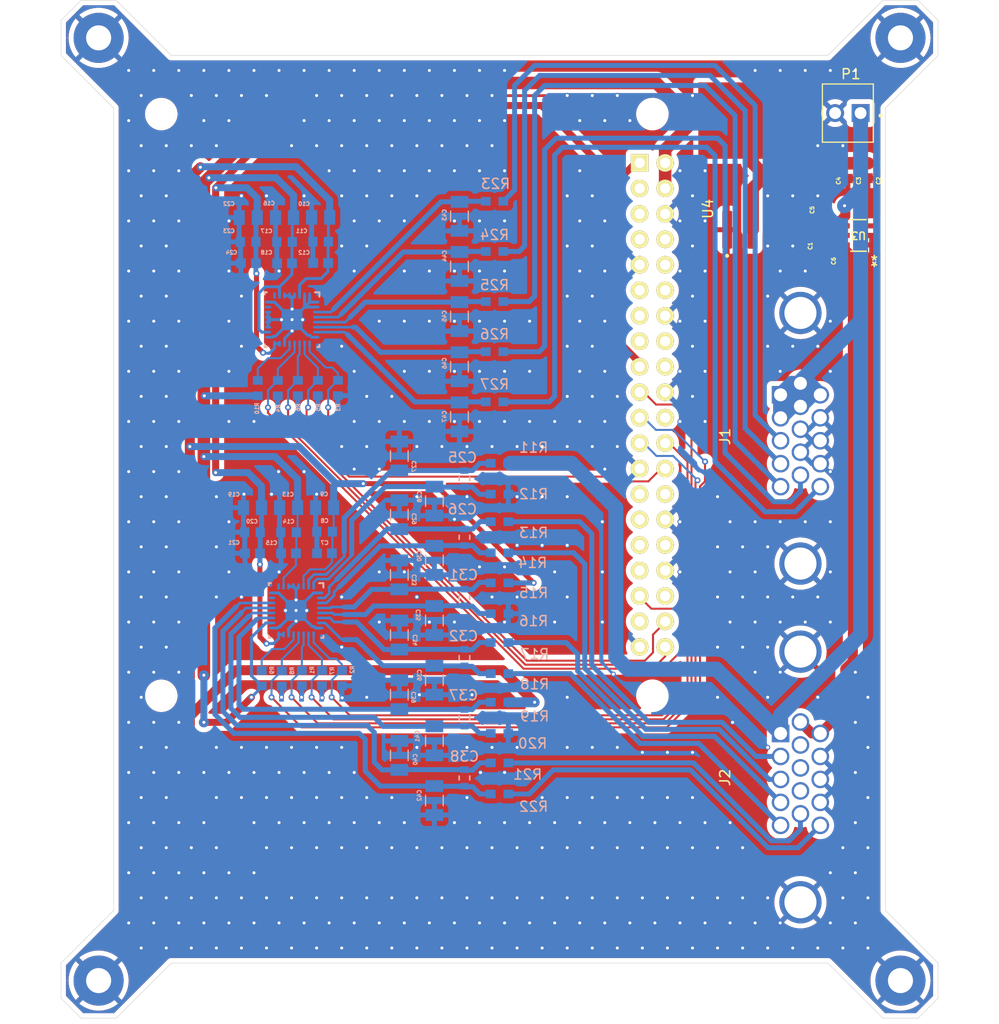
<source format=kicad_pcb>
(kicad_pcb (version 20240108) (generator "pcbnew") (generator_version "8.0")
  (layers (0 "F.Cu" signal) (31 "B.Cu" signal) (34 "B.Paste" user) (35 "F.Paste" user) (36 "B.SilkS" user "B.Silkscreen") (37 "F.SilkS" user "F.Silkscreen") (38 "B.Mask" user) (39 "F.Mask" user) (44 "Edge.Cuts" user))
  (net 0 "")
  (net 1 "GND")
  (net 2 "+5V")
  (net 3 "+3.3V")
  (net 4 "Net-(U1-REFN1_AIN7)")
  (net 5 "Net-(U1-REFP1_AIN6)")
  (net 6 "Net-(U1-AIN5)")
  (net 7 "Net-(U1-AIN4)")
  (net 8 "Net-(U1-AIN3)")
  (net 9 "Net-(U1-AIN2)")
  (net 10 "Net-(U1-AIN1)")
  (net 11 "Net-(U1-AIN0)")
  (net 12 "Net-(U1-GPIO2_AIN10)")
  (net 13 "Net-(U1-GPIO3_AIN11)")
  (net 14 "Net-(U1-GPIO1_AIN9)")
  (net 15 "Net-(U1-GPIO0_AIN8)")
  (net 16 "Net-(U2-AIN4)")
  (net 17 "Net-(U2-AIN3)")
  (net 18 "Net-(U2-AIN2)")
  (net 19 "Net-(U2-AIN1)")
  (net 20 "Net-(U2-AIN0)")
  (net 21 "10V")
  (net 22 "/PT4_SIG")
  (net 23 "/PT2_SIG")
  (net 24 "/PT1_SIG")
  (net 25 "/PT5_SIG")
  (net 26 "/PT3_SIG")
  (net 27 "/LS3_SIG+")
  (net 28 "/LS3_SIG-")
  (net 29 "5V REF")
  (net 30 "/LS2_SIG+")
  (net 31 "/LS2_SIG-")
  (net 32 "/LS1_SIG+")
  (net 33 "/LS1_SIG-")
  (net 35 "/SCLK1")
  (net 36 "/CE1")
  (net 37 "/MISO2")
  (net 38 "/MOSI2")
  (net 39 "/SCLK2")
  (net 40 "/MOSI1")
  (net 41 "/MISO1")
  (net 42 "Net-(U1-DRDY_N)")
  (net 43 "Net-(U2-DRDY_N)")
  (net 67 "/CE2")
  (footprint "MountingHole:MountingHole_2.5mm_Pad" (layer "F.Cu") (at 23.5 149.25)
    (property "Reference" "REF**" (hide yes))
    (property "Value" "MountingHole_2.5mm_Pad")
  )
  (footprint "MountingHole:MountingHole_2.5mm_Pad" (layer "F.Cu") (at 103.5 55.25)
    (property "Reference" "REF**" (hide yes))
    (property "Value" "MountingHole_2.5mm_Pad")
  )
  (footprint "raspberry pi 5:raspberrypi_2_3" (layer "F.Cu") (at 78.75 91.85 -90)
    (property "Reference" "RP1" (hide yes))
    (property "Value" "Raspberry_Pi_5" (hide yes))
  )
  (footprint "VJ0603Y104JXXAC:CAPC1608X97N" (layer "F.Cu") (at 95.75 73 90)
    (property "Reference" "C5")
    (property "Value" "100nF")
  )
  (footprint "GRM21BC71E106KE11L:CAPC2012X145N" (layer "F.Cu") (at 96 68.5 -90)
    (property "Reference" "C4")
    (property "Value" "10uF")
  )
  (footprint "0603YC105JAT2A:CAPC1608X94N" (layer "F.Cu") (at 98.25 68.5 -90)
    (property "Reference" "C3")
    (property "Value" "1uF")
  )
  (footprint "10090929-S154VLF:AMPHENOL_10090929-S154VLF" (layer "F.Cu") (at 93.52 128.945 90)
    (property "Reference" "J2")
    (property "Value" "10090929-S154VLF")
  )
  (footprint "MountingHole:MountingHole_2.5mm_Pad" (layer "F.Cu") (at 103.5 149.25)
    (property "Reference" "REF**" (hide yes))
    (property "Value" "MountingHole_2.5mm_Pad")
  )
  (footprint "" (layer "F.Cu") (at 23.5 55.25)
    (property "Reference" "")
    (property "Value" "")
  )
  (footprint "footprints:TSOT-23_S6_LIT" (layer "F.Cu") (at 99.31445 74.950001 180)
    (property "Reference" "U3")
    (property "Value" "LT6654BMPS6-5-TRMPBF" (hide yes))
  )
  (footprint "LM1086IS-5.0:TO254P1524X483-4N" (layer "F.Cu") (at 88.75 67.98 90)
    (property "Reference" "U4")
    (property "Value" "LM1086IS-5.0_NOPB" (hide yes))
  )
  (footprint "VJ0603Y104JXXAC:CAPC1608X97N" (layer "F.Cu") (at 100.25 68.5 -90)
    (property "Reference" "C2")
    (property "Value" "100nF")
  )
  (footprint "0603YC105JAT2A:CAPC1608X94N" (layer "F.Cu") (at 95.75 77.5 -90)
    (property "Reference" "C6")
    (property "Value" "1uF")
  )
  (footprint "10090929-S154VLF:AMPHENOL_10090929-S154VLF" (layer "F.Cu") (at 93.52 95.175 90)
    (property "Reference" "J1")
    (property "Value" "10090929-S154VLF")
  )
  (footprint "0603YC105JAT2A:CAPC1608X94N" (layer "F.Cu") (at 93.5 75.23 -90)
    (property "Reference" "C1")
    (property "Value" "1uF")
  )
  (footprint "0022272021:MOLEX_0022272021" (layer "F.Cu") (at 98.25 62.75)
    (property "Reference" "P1")
    (property "Value" "0022272021" (hide yes))
  )
  (footprint "footprints10kR:RC0603N_YAG-M" (layer "B.Cu") (at 63.5 106.595 180)
    (property "Reference" "R14")
    (property "Value" "10k")
  )
  (footprint "GRM3195C2A163JA01D:CAPC3216X95N" (layer "B.Cu") (at 53.5 96.945 90)
    (property "Reference" "C27")
    (property "Value" "16nF")
  )
  (footprint "VJ0603Y104JXXAC:CAPC1608X97N" (layer "B.Cu") (at 42.05 77.720001 180)
    (property "Reference" "C18")
    (property "Value" "100nF")
  )
  (footprint "CRCW060320K0FKEA:RESC1508X50N" (layer "B.Cu") (at 41.375 90.175001 -90)
    (property "Reference" "R4")
    (property "Value" "20K")
  )
  (footprint "GRM3195C2A163JA01D:CAPC3216X95N" (layer "B.Cu") (at 59.5 83.045 -90)
    (property "Reference" "C45")
    (property "Value" "16nF")
  )
  (footprint "GRM3195C2A163JA01D:CAPC3216X95N" (layer "B.Cu") (at 59.5 93.045 -90)
    (property "Reference" "C47")
    (property "Value" "16nF")
  )
  (footprint "GRM21BC71E106KE11L:CAPC2012X145N" (layer "B.Cu") (at 46.049999 102.095)
    (property "Reference" "C9")
    (property "Value" "10uF")
  )
  (footprint "footprints10kR:RC0603N_YAG-M" (layer "B.Cu") (at 63.5 118.645 180)
    (property "Reference" "R18")
    (property "Value" "10k")
  )
  (footprint "0603YC105JAT2A:CAPC1608X94N" (layer "B.Cu") (at 38.849999 104.545 180)
    (property "Reference" "C20")
    (property "Value" "1uF")
  )
  (footprint "footprints10kR:RC0603N_YAG-M" (layer "B.Cu") (at 63.5 100.745 180)
    (property "Reference" "R12")
    (property "Value" "10k")
  )
  (footprint "footprintsCL10:CAP_CL10_SAM" (layer "B.Cu") (at 60 117.045 -90)
    (property "Reference" "C32")
    (property "Value" "3.3nF")
  )
  (footprint "GRM3195C2A163JA01D:CAPC3216X95N" (layer "B.Cu") (at 57 131.295 -90)
    (property "Reference" "C42")
    (property "Value" "16nF")
  )
  (footprint "GRM3195C2A163JA01D:CAPC3216X95N" (layer "B.Cu") (at 59.5 88.045 -90)
    (property "Reference" "C46")
    (property "Value" "16nF")
  )
  (footprint "footprints10kR:RC0603N_YAG-M" (layer "B.Cu") (at 63.5 103.495 180)
    (property "Reference" "R13")
    (property "Value" "10k")
  )
  (footprint "VJ0603Y104JXXAC:CAPC1608X97N" (layer "B.Cu") (at 46.032023 106.640854)
    (property "Reference" "C7")
    (property "Value" "100nF")
  )
  (footprint "CRCW060320K0FKEA:RESC1508X50N" (layer "B.Cu") (at 41.774999 119.130002 90)
    (property "Reference" "R8")
    (property "Value" "20K")
  )
  (footprint "0603YC105JAT2A:CAPC1608X94N" (layer "B.Cu") (at 42.449999 104.545 180)
    (property "Reference" "C14")
    (property "Value" "1uF")
  )
  (footprint "0603YC105JAT2A:CAPC1608X94N" (layer "B.Cu") (at 42.05 75.595001 180)
    (property "Reference" "C17")
    (property "Value" "1uF")
  )
  (footprint "CRCW060320K0FKEA:RESC1508X50N" (layer "B.Cu") (at 47.375 90.160001 -90)
    (property "Reference" "R3")
    (property "Value" "20K" (hide yes))
  )
  (footprint "0603YC105JAT2A:CAPC1608X94N" (layer "B.Cu") (at 45.65 75.570001)
    (property "Reference" "C11")
    (property "Value" "1uF")
  )
  (footprint "CRCW060320K0FKEA:RESC1508X50N" (layer "B.Cu") (at 45.774999 119.095002 90)
    (property "Reference" "R7")
    (property "Value" "20K")
  )
  (footprint "CRCW060320K0FKEA:RESC1508X50N" (layer "B.Cu") (at 43.774999 119.095002 -90)
    (property "Reference" "R1")
    (property "Value" "20K")
  )
  (footprint "GRM21BC71E106KE11L:CAPC2012X145N" (layer "B.Cu") (at 42.449999 102.095 180)
    (property "Reference" "C13")
    (property "Value" "10uF")
  )
  (footprint "GRM21BC71E106KE11L:CAPC2012X145N" (layer "B.Cu") (at 38.849999 102.095 180)
    (property "Reference" "C19")
    (property "Value" "10uF")
  )
  (footprint "footprintsCL10:CAP_CL10_SAM" (layer "B.Cu") (at 60 123.045 -90)
    (property "Reference" "C37")
    (property "Value" "3.3nF")
  )
  (footprint "0603YC105JAT2A:CAPC1608X94N" (layer "B.Cu") (at 46.049999 104.495)
    (property "Reference" "C8")
    (property "Value" "1uF")
  )
  (footprint "GRM21BC71E106KE11L:CAPC2012X145N" (layer "B.Cu") (at 42.05 73.170001 180)
    (property "Reference" "C16")
    (property "Value" "10uF")
  )
  (footprint "GRM3195C2A163JA01D:CAPC3216X95N" (layer "B.Cu") (at 53.5 114.795 90)
    (property "Reference" "C34")
    (property "Value" "16nF")
  )
  (footprint "GRM3195C2A163JA01D:CAPC3216X95N" (layer "B.Cu") (at 53.5 120.745 90)
    (property "Reference" "C39")
    (property "Value" "16nF")
  )
  (footprint "VJ0603Y104JXXAC:CAPC1608X97N" (layer "B.Cu") (at 42.443999 106.645 180)
    (property "Reference" "C15")
    (property "Value" "100nF")
  )
  (footprint "GRM3195C2A163JA01D:CAPC3216X95N" (layer "B.Cu") (at 59.5 78.045 -90)
    (property "Reference" "C44")
    (property "Value" "16nF")
  )
  (footprint "VJ0603Y104JXXAC:CAPC1608X97N" (layer "B.Cu") (at 38.45 77.720001 180)
    (property "Reference" "C24")
    (property "Value" "100nF")
  )
  (footprint "GRM3195C2A163JA01D:CAPC3216X95N" (layer "B.Cu") (at 59.5 73.045 -90)
    (property "Reference" "C43")
    (property "Value" "16nF")
  )
  (footprint "footprintsCL10:CAP_CL10_SAM" (layer "B.Cu") (at 60 111.045 -90)
    (property "Reference" "C31")
    (property "Value" "3.3nF")
  )
  (footprint "footprints10kR:RC0603N_YAG-M" (layer "B.Cu") (at 63.5 109.595 180)
    (property "Reference" "R15")
    (property "Value" "10k")
  )
  (footprint "footprints10kR:RC0603N_YAG-M" (layer "B.Cu") (at 63.5 121.495 180)
    (property "Reference" "R19")
    (property "Value" "10k")
  )
  (footprint "footprints10kR:RC0603N_YAG-M" (layer "B.Cu") (at 63 71.545 180)
    (property "Reference" "R23")
    (property "Value" "10k")
  )
  (footprint "GRM3195C2A163JA01D:CAPC3216X95N" (layer "B.Cu") (at 57 107.345 -90)
    (property "Reference" "C30")
    (property "Value" "16nF")
  )
  (footprint "GRM3195C2A163JA01D:CAPC3216X95N" (layer "B.Cu") (at 57 101.445 -90)
    (property "Reference" "C28")
    (property "Value" "16nF")
  )
  (footprint "CRCW060320K0FKEA:RESC1508X50N" (layer "B.Cu") (at 45.375 90.160001 -90)
    (property "Reference" "R5")
    (property "Value" "20K")
  )
  (footprint "footprints10kR:RC0603N_YAG-M" (layer "B.Cu") (at 63.5 115.545 180)
    (property "Reference" "R17")
    (property "Value" "10k")
  )
  (footprint "CRCW060320K0FKEA:RESC1508X50N" (layer "B.Cu") (at 47.774999 119.095002 -90)
    (property "Reference" "R2")
    (property "Value" "20K")
  )
  (footprint "footprintsADC:RHB0032M" (layer "B.Cu") (at 43.199999 112.345 180)
    (property "Reference" "U1" (hide yes))
    (property "Value" "ADS124S08IRHBT" (hide yes))
  )
  (footprint "footprints10kR:RC0603N_YAG-M" (layer "B.Cu") (at 63.5 124.595 180)
    (property "Reference" "R20")
    (property "Value" "10k")
  )
  (footprint "footprints10kR:RC0603N_YAG-M" (layer "B.Cu") (at 63 91.545 180)
    (property "Reference" "R27")
    (property "Value" "10k")
  )
  (footprint "footprintsCL10:CAP_CL10_SAM" (layer "B.Cu") (at 60 129.045 -90)
    (property "Reference" "C38")
    (property "Value" "3.3nF")
  )
  (footprint "footprints10kR:RC0603N_YAG-M" (layer "B.Cu") (at 63.5 130.645 180)
    (property "Reference" "R22")
    (property "Value" "10k")
  )
  (footprint "GRM3195C2A163JA01D:CAPC3216X95N" (layer "B.Cu") (at 53.5 108.795 90)
    (property "Reference" "C33")
    (property "Value" "16nF")
  )
  (footprint "GRM3195C2A163JA01D:CAPC3216X95N" (layer "B.Cu") (at 57 119.295 -90)
    (property "Reference" "C36")
    (property "Value" "16nF")
  )
  (footprint "GRM3195C2A163JA01D:CAPC3216X95N" (layer "B.Cu") (at 53.5 102.795 90)
    (property "Reference" "C29")
    (property "Value" "16nF")
  )
  (footprint "footprints10kR:RC0603N_YAG-M" (layer "B.Cu") (at 63 76.545 180)
    (property "Reference" "R24")
    (property "Value" "10k")
  )
  (footprint "CRCW060320K0FKEA:RESC1508X50N" (layer "B.Cu") (at 43.375 90.160001 -90)
    (property "Reference" "R6")
    (property "Value" "20K")
  )
  (footprint "GRM3195C2A163JA01D:CAPC3216X95N" (layer "B.Cu") (at 57 113.345 -90)
    (property "Reference" "C35")
    (property "Value" "16nF")
  )
  (footprint "footprints10kR:RC0603N_YAG-M" (layer "B.Cu") (at 63.5 97.6654 180)
    (property "Reference" "R11")
    (property "Value" "10k")
  )
  (footprint "GRM21BC71E106KE11L:CAPC2012X145N" (layer "B.Cu") (at 38.425 73.170001 180)
    (property "Reference" "C22")
    (property "Value" "10uF")
  )
  (footprint "footprints10kR:RC0603N_YAG-M" (layer "B.Cu") (at 63.5 127.545 180)
    (property "Reference" "R21")
    (property "Value" "10k")
  )
  (footprint "footprints10kR:RC0603N_YAG-M" (layer "B.Cu") (at 63 86.545 180)
    (property "Reference" "R26")
    (property "Value" "10k")
  )
  (footprint "GRM3195C2A163JA01D:CAPC3216X95N" (layer "B.Cu") (at 53.5 126.795 90)
    (property "Reference" "C40")
    (property "Value" "16nF")
  )
  (footprint "footprints10kR:RC0603N_YAG-M" (layer "B.Cu") (at 63 81.545 180)
    (property "Reference" "R25")
    (property "Value" "10k")
  )
  (footprint "VJ0603Y104JXXAC:CAPC1608X97N" (layer "B.Cu") (at 45.65 77.695001)
    (property "Reference" "C12")
    (property "Value" "100nF")
  )
  (footprint "footprintsCL10:CAP_CL10_SAM" (layer "B.Cu") (at 60 105.045 -90)
    (property "Reference" "C26")
    (property "Value" "3.3nF")
  )
  (footprint "footprintsADC:RHB0032M" (layer "B.Cu") (at 42.800001 83.345 180)
    (property "Reference" "U2" (hide yes))
    (property "Value" "ADS124S08IRHBT" (hide yes))
  )
  (footprint "footprintsCL10:CAP_CL10_SAM" (layer "B.Cu") (at 60 99.2172 -90)
    (property "Reference" "C25")
    (property "Value" "3.3nF")
  )
  (footprint "0603YC105JAT2A:CAPC1608X94N" (layer "B.Cu") (at 38.425 75.595001 180)
    (property "Reference" "C23")
    (property "Value" "1uF")
  )
  (footprint "GRM21BC71E106KE11L:CAPC2012X145N" (layer "B.Cu") (at 45.65 73.145001)
    (property "Reference" "C10")
    (property "Value" "10uF")
  )
  (footprint "footprints10kR:RC0603N_YAG-M" (layer "B.Cu") (at 63.5 112.6654 180)
    (property "Reference" "R16")
    (property "Value" "10k")
  )
  (footprint "GRM3195C2A163JA01D:CAPC3216X95N" (layer "B.Cu") (at 57 125.345 -90)
    (property "Reference" "C41")
    (property "Value" "16nF")
  )
  (footprint "VJ0603Y104JXXAC:CAPC1608X97N" (layer "B.Cu") (at 38.849999 106.645 180)
    (property "Reference" "C21")
    (property "Value" "100nF")
  )
  (footprint "CRCW0603100KFKEA:RESC1508X50N" (layer "B.Cu") (at 39.375 90.175001 -90)
    (property "Reference" "R10")
    (property "Value" "100K")
  )
  (footprint "CRCW0603100KFKEA:RESC1508X50N" (layer "B.Cu") (at 39.770853 119.112978 -90)
    (property "Reference" "R9")
    (property "Value" "100K")
  )
  (gr_line (start 19.75 147.5) (end 25 142.25) (stroke (width 0.05)) (layer "Edge.Cuts"))
  (gr_line (start 25 142.25) (end 25 62.25) (stroke (width 0.05)) (layer "Edge.Cuts"))
  (gr_line (start 107.25 53.5) (end 107.25 57) (stroke (width 0.05)) (layer "Edge.Cuts"))
  (gr_line (start 25.25 152.999999) (end 21.75 153) (stroke (width 0.05)) (layer "Edge.Cuts"))
  (gr_line (start 30.75 147.5) (end 25.25 153) (stroke (width 0.05)) (layer "Edge.Cuts"))
  (gr_line (start 19.75 151.000001) (end 19.75 147.500001) (stroke (width 0.05)) (layer "Edge.Cuts"))
  (gr_line (start 107.25 53.5) (end 105.25 51.5) (stroke (width 0.05)) (layer "Edge.Cuts"))
  (gr_line (start 107.25 151) (end 107.25 147.5) (stroke (width 0.05)) (layer "Edge.Cuts"))
  (gr_line (start 102 62.25) (end 102 142.25) (stroke (width 0.05)) (layer "Edge.Cuts"))
  (gr_line (start 107.25 57) (end 102 62.25) (stroke (width 0.05)) (layer "Edge.Cuts"))
  (gr_line (start 101.75 51.500001) (end 105.25 51.5) (stroke (width 0.05)) (layer "Edge.Cuts"))
  (gr_line (start 19.75 151) (end 21.75 153) (stroke (width 0.05)) (layer "Edge.Cuts"))
  (gr_line (start 96.25 57) (end 101.75 51.5) (stroke (width 0.05)) (layer "Edge.Cuts"))
  (gr_line (start 107.25 147.5) (end 102 142.25) (stroke (width 0.05)) (layer "Edge.Cuts"))
  (gr_line (start 19.75 53.5) (end 19.75 57) (stroke (width 0.05)) (layer "Edge.Cuts"))
  (gr_line (start 96.25 147.5) (end 101.75 153) (stroke (width 0.05)) (layer "Edge.Cuts"))
  (gr_line (start 107.25 151) (end 105.25 153) (stroke (width 0.05)) (layer "Edge.Cuts"))
  (gr_line (start 25.25 51.500001) (end 21.75 51.5) (stroke (width 0.05)) (layer "Edge.Cuts"))
  (gr_line (start 30.75 57) (end 96.25 57) (stroke (width 0.05)) (layer "Edge.Cuts"))
  (gr_line (start 30.75 57) (end 25.25 51.5) (stroke (width 0.05)) (layer "Edge.Cuts"))
  (gr_line (start 96.25 147.5) (end 30.75 147.5) (stroke (width 0.05)) (layer "Edge.Cuts"))
  (gr_line (start 101.75 152.999999) (end 105.25 153) (stroke (width 0.05)) (layer "Edge.Cuts"))
  (gr_line (start 19.75 53.5) (end 21.75 51.5) (stroke (width 0.05)) (layer "Edge.Cuts"))
  (gr_line (start 19.75 57) (end 25 62.25) (stroke (width 0.05)) (layer "Edge.Cuts"))
  (via (at 64 133.5) (size 0.5) (drill 0.3) (layers "F.Cu" "B.Cu") (net 1))
  (via (at 37.75 111) (size 0.5) (drill 0.3) (layers "F.Cu" "B.Cu") (net 1))
  (via (at 85.25 106) (size 0.5) (drill 0.3) (layers "F.Cu" "B.Cu") (net 1))
  (via (at 89 103.5) (size 0.5) (drill 0.3) (layers "F.Cu" "B.Cu") (net 1))
  (via (at 42.75 66) (size 0.5) (drill 0.3) (layers "F.Cu" "B.Cu") (net 1))
  (via (at 84 143.5) (size 0.5) (drill 0.3) (layers "F.Cu" "B.Cu") (net 1))
  (via (at 89 113.5) (size 0.5) (drill 0.3) (layers "F.Cu" "B.Cu") (net 1))
  (via (at 82.75 141) (size 0.5) (drill 0.3) (layers "F.Cu" "B.Cu") (net 1))
  (via (at 82.75 86) (size 0.5) (drill 0.3) (layers "F.Cu" "B.Cu") (net 1))
  (via (at 91.5 88.5) (size 0.5) (drill 0.3) (layers "F.Cu" "B.Cu") (net 1))
  (via (at 32.75 66) (size 0.5) (drill 0.3) (layers "F.Cu" "B.Cu") (net 1))
  (via (at 75.25 136) (size 0.5) (drill 0.3) (layers "F.Cu" "B.Cu") (net 1))
  (via (at 92.75 76) (size 0.5) (drill 0.3) (layers "F.Cu" "B.Cu") (net 1))
  (via (at 67.75 96) (size 0.5) (drill 0.3) (layers "F.Cu" "B.Cu") (net 1))
  (via (at 80.25 146) (size 0.5) (drill 0.3) (layers "F.Cu" "B.Cu") (net 1))
  (via (at 85.25 116) (size 0.5) (drill 0.3) (layers "F.Cu" "B.Cu") (net 1))
  (via (at 40.25 126) (size 0.5) (drill 0.3) (layers "F.Cu" "B.Cu") (net 1))
  (via (at 72.75 76) (size 0.5) (drill 0.3) (layers "F.Cu" "B.Cu") (net 1))
  (via (at 73.75 108.5) (size 0.5) (drill 0.3) (layers "F.Cu" "B.Cu") (net 1))
  (via (at 26.5 118.5) (size 0.5) (drill 0.3) (layers "F.Cu" "B.Cu") (net 1))
  (via (at 36.5 93.5) (size 0.5) (drill 0.3) (layers "F.Cu" "B.Cu") (net 1))
  (via (at 40.25 136) (size 0.5) (drill 0.3) (layers "F.Cu" "B.Cu") (net 1))
  (via (at 41.5 108.5) (size 0.5) (drill 0.3) (layers "F.Cu" "B.Cu") (net 1))
  (via (at 86.5 113.5) (size 0.5) (drill 0.3) (layers "F.Cu" "B.Cu") (net 1))
  (via (at 26.5 113.5) (size 0.5) (drill 0.3) (layers "F.Cu" "B.Cu") (net 1))
  (via (at 32.75 136) (size 0.5) (drill 0.3) (layers "F.Cu" "B.Cu") (net 1))
  (via (at 96.5 113.5) (size 0.5) (drill 0.3) (layers "F.Cu" "B.Cu") (net 1))
  (via (at 27.75 126) (size 0.5) (drill 0.3) (layers "F.Cu" "B.Cu") (net 1))
  (via (at 89 118.5) (size 0.5) (drill 0.3) (layers "F.Cu" "B.Cu") (net 1))
  (via (at 97.75 146) (size 0.5) (drill 0.3) (layers "F.Cu" "B.Cu") (net 1))
  (via (at 30.25 136) (size 0.5) (drill 0.3) (layers "F.Cu" "B.Cu") (net 1))
  (via (at 26.5 73.5) (size 0.5) (drill 0.3) (layers "F.Cu" "B.Cu") (net 1))
  (via (at 74 78.5) (size 0.5) (drill 0.3) (layers "F.Cu" "B.Cu") (net 1))
  (via (at 41.45 98.5) (size 0.5) (drill 0.3) (layers "F.Cu" "B.Cu") (net 1))
  (via (at 26.5 103.5) (size 0.5) (drill 0.3) (layers "F.Cu" "B.Cu") (net 1))
  (via (at 56.5 88.5) (size 0.5) (drill 0.3) (layers "F.Cu" "B.Cu") (net 1))
  (via (at 27.75 71) (size 0.5) (drill 0.3) (layers "F.Cu" "B.Cu") (net 1))
  (via (at 29 83.5) (size 0.5) (drill 0.3) (layers "F.Cu" "B.Cu") (net 1))
  (via (at 41.5 133.5) (size 0.5) (drill 0.3) (layers "F.Cu" "B.Cu") (net 1))
  (via (at 36.5 108.5) (size 0.5) (drill 0.3) (layers "F.Cu" "B.Cu") (net 1))
  (via (at 89 143.5) (size 0.5) (drill 0.3) (layers "F.Cu" "B.Cu") (net 1))
  (via (at 54 88.5) (size 0.5) (drill 0.3) (layers "F.Cu" "B.Cu") (net 1))
  (via (at 100.25 121) (size 0.5) (drill 0.3) (layers "F.Cu" "B.Cu") (net 1))
  (via (at 54 68.5) (size 0.5) (drill 0.3) (layers "F.Cu" "B.Cu") (net 1))
  (via (at 81.5 78.5) (size 0.5) (drill 0.3) (layers "F.Cu" "B.Cu") (net 1))
  (via (at 30.25 111) (size 0.5) (drill 0.3) (layers "F.Cu" "B.Cu") (net 1))
  (via (at 75.25 131) (size 0.5) (drill 0.3) (layers "F.Cu" "B.Cu") (net 1))
  (via (at 59 113.5) (size 0.5) (drill 0.3) (layers "F.Cu" "B.Cu") (net 1))
  (via (at 40.25 146) (size 0.5) (drill 0.3) (layers "F.Cu" "B.Cu") (net 1))
  (via (at 35.25 106) (size 0.5) (drill 0.3) (layers "F.Cu" "B.Cu") (net 1))
  (via (at 62.75 66) (size 0.5) (drill 0.3) (layers "F.Cu" "B.Cu") (net 1))
  (via (at 51.5 143.5) (size 0.5) (drill 0.3) (layers "F.Cu" "B.Cu") (net 1))
  (via (at 35.25 61) (size 0.5) (drill 0.3) (layers "F.Cu" "B.Cu") (net 1))
  (via (at 34 133.5) (size 0.5) (drill 0.3) (layers "F.Cu" "B.Cu") (net 1))
  (via (at 90.25 111) (size 0.5) (drill 0.3) (layers "F.Cu" "B.Cu") (net 1))
  (via (at 90.25 141) (size 0.5) (drill 0.3) (layers "F.Cu" "B.Cu") (net 1))
  (via (at 31.5 78.5) (size 0.5) (drill 0.3) (layers "F.Cu" "B.Cu") (net 1))
  (via (at 31.5 73.5) (size 0.5) (drill 0.3) (layers "F.Cu" "B.Cu") (net 1))
  (via (at 92.75 146) (size 0.5) (drill 0.3) (layers "F.Cu" "B.Cu") (net 1))
  (via (at 95.25 111) (size 0.5) (drill 0.3) (layers "F.Cu" "B.Cu") (net 1))
  (via (at 67.75 146) (size 0.5) (drill 0.3) (layers "F.Cu" "B.Cu") (net 1))
  (via (at 97.75 141) (size 0.5) (drill 0.3) (layers "F.Cu" "B.Cu") (net 1))
  (via (at 80.25 141) (size 0.5) (drill 0.3) (layers "F.Cu" "B.Cu") (net 1))
  (via (at 100.25 126) (size 0.5) (drill 0.3) (layers "F.Cu" "B.Cu") (net 1))
  (via (at 73.75 113.5) (size 0.5) (drill 0.3) (layers "F.Cu" "B.Cu") (net 1))
  (via (at 61.5 58.5) (size 0.5) (drill 0.3) (layers "F.Cu" "B.Cu") (net 1))
  (via (at 77.75 126.5) (size 0.5) (drill 0.3) (layers "F.Cu" "B.Cu") (net 1))
  (via (at 70.25 111) (size 0.5) (drill 0.3) (layers "F.Cu" "B.Cu") (net 1))
  (via (at 86.5 133.5) (size 0.5) (drill 0.3) (layers "F.Cu" "B.Cu") (net 1))
  (via (at 96.5 138.5) (size 0.5) (drill 0.3) (layers "F.Cu" "B.Cu") (net 1))
  (via (at 43.85 83.352499) (size 0.5) (drill 0.3) (layers "F.Cu" "B.Cu") (net 1))
  (via (at 91.5 143.5) (size 0.5) (drill 0.3) (layers "F.Cu" "B.Cu") (net 1))
  (via (at 26.5 143.5) (size 0.5) (drill 0.3) (layers "F.Cu" "B.Cu") (net 1))
  (via (at 27.75 141) (size 0.5) (drill 0.3) (layers "F.Cu" "B.Cu") (net 1))
  (via (at 75.25 91) (size 0.5) (drill 0.3) (layers "F.Cu" "B.Cu") (net 1))
  (via (at 54 58.5) (size 0.5) (drill 0.3) (layers "F.Cu" "B.Cu") (net 1))
  (via (at 47.75 71) (size 0.5) (drill 0.3) (layers "F.Cu" "B.Cu") (net 1))
  (via (at 45.25 61) (size 0.5) (drill 0.3) (layers "F.Cu" "B.Cu") (net 1))
  (via (at 42.75 141) (size 0.5) (drill 0.3) (layers "F.Cu" "B.Cu") (net 1))
  (via (at 81.5 83.5) (size 0.5) (drill 0.3) (layers "F.Cu" "B.Cu") (net 1))
  (via (at 40.75 100.75) (size 0.5) (drill 0.3) (layers "F.Cu" "B.Cu") (net 1))
  (via (at 31.5 133.5) (size 0.5) (drill 0.3) (layers "F.Cu" "B.Cu") (net 1))
  (via (at 70.25 105.85) (size 0.5) (drill 0.3) (layers "F.Cu" "B.Cu") (net 1))
  (via (at 90.25 71) (size 0.5) (drill 0.3) (layers "F.Cu" "B.Cu") (net 1))
  (via (at 42.800001 84.470003) (size 0.5) (drill 0.3) (layers "F.Cu" "B.Cu") (net 1))
  (via (at 81.5 88.5) (size 0.5) (drill 0.3) (layers "F.Cu" "B.Cu") (net 1))
  (via (at 51.5 68.5) (size 0.5) (drill 0.3) (layers "F.Cu" "B.Cu") (net 1))
  (via (at 27.75 116) (size 0.5) (drill 0.3) (layers "F.Cu" "B.Cu") (net 1))
  (via (at 56.5 93.5) (size 0.5) (drill 0.3) (layers "F.Cu" "B.Cu") (net 1))
  (via (at 29 103.5) (size 0.5) (drill 0.3) (layers "F.Cu" "B.Cu") (net 1))
  (via (at 45.25 126) (size 0.5) (drill 0.3) (layers "F.Cu" "B.Cu") (net 1))
  (via (at 51.5 58.5) (size 0.5) (drill 0.3) (layers "F.Cu" "B.Cu") (net 1))
  (via (at 64 93.5) (size 0.5) (drill 0.3) (layers "F.Cu" "B.Cu") (net 1))
  (via (at 34 143.5) (size 0.5) (drill 0.3) (layers "F.Cu" "B.Cu") (net 1))
  (via (at 75.25 146) (size 0.5) (drill 0.3) (layers "F.Cu" "B.Cu") (net 1))
  (via (at 50.25 71) (size 0.5) (drill 0.3) (layers "F.Cu" "B.Cu") (net 1))
  (via (at 76.5 63.5) (size 0.5) (drill 0.3) (layers "F.Cu" "B.Cu") (net 1))
  (via (at 45.25 100.75) (size 0.5) (drill 0.3) (layers "F.Cu" "B.Cu") (net 1))
  (via (at 37.75 81) (size 0.5) (drill 0.3) (layers "F.Cu" "B.Cu") (net 1))
  (via (at 60.25 136) (size 0.5) (drill 0.3) (layers "F.Cu" "B.Cu") (net 1))
  (via (at 64 58.5) (size 0.5) (drill 0.3) (layers "F.Cu" "B.Cu") (net 1))
  (via (at 82.75 146) (size 0.5) (drill 0.3) (layers "F.Cu" "B.Cu") (net 1))
  (via (at 27.75 106) (size 0.5) (drill 0.3) (layers "F.Cu" "B.Cu") (net 1))
  (via (at 86.5 108.5) (size 0.5) (drill 0.3) (layers "F.Cu" "B.Cu") (net 1))
  (via (at 57.75 66) (size 0.5) (drill 0.3) (layers "F.Cu" "B.Cu") (net 1))
  (via (at 46.5 63.5) (size 0.5) (drill 0.3) (layers "F.Cu" "B.Cu") (net 1))
  (via (at 97.75 136) (size 0.5) (drill 0.3) (layers "F.Cu" "B.Cu") (net 1))
  (via (at 42.800001 83.345) (size 0.5) (drill 0.3) (layers "F.Cu" "B.Cu") (net 1))
  (via (at 89 108.5) (size 0.5) (drill 0.3) (layers "F.Cu" "B.Cu") (net 1))
  (via (at 30.25 66) (size 0.5) (drill 0.3) (layers "F.Cu" "B.Cu") (net 1))
  (via (at 56.5 68.5) (size 0.5) (drill 0.3) (layers "F.Cu" "B.Cu") (net 1))
  (via (at 95.25 71) (size 0.5) (drill 0.3) (layers "F.Cu" "B.Cu") (net 1))
  (via (at 70.25 91) (size 0.5) (drill 0.3) (layers "F.Cu" "B.Cu") (net 1))
  (via (at 70.25 61) (size 0.5) (drill 0.3) (layers "F.Cu" "B.Cu") (net 1))
  (via (at 50.25 96) (size 0.5) (drill 0.3) (layers "F.Cu" "B.Cu") (net 1))
  (via (at 57.75 146) (size 0.5) (drill 0.3) (layers "F.Cu" "B.Cu") (net 1))
  (via (at 99 118.5) (size 0.5) (drill 0.3) (layers "F.Cu" "B.Cu") (net 1))
  (via (at 26.5 83.5) (size 0.5) (drill 0.3) (layers "F.Cu" "B.Cu") (net 1))
  (via (at 26.5 123.5) (size 0.5) (drill 0.3) (layers "F.Cu" "B.Cu") (net 1))
  (via (at 52.75 146) (size 0.5) (drill 0.3) (layers "F.Cu" "B.Cu") (net 1))
  (via (at 66.5 88.5) (size 0.5) (drill 0.3) (layers "F.Cu" "B.Cu") (net 1))
  (via (at 31.5 108.5) (size 0.5) (drill 0.3) (layers "F.Cu" "B.Cu") (net 1))
  (via (at 87.75 116) (size 0.5) (drill 0.3) (layers "F.Cu" "B.Cu") (net 1))
  (via (at 46.5 143.5) (size 0.5) (drill 0.3) (layers "F.Cu" "B.Cu") (net 1))
  (via (at 27.75 121) (size 0.5) (drill 0.3) (layers "F.Cu" "B.Cu") (net 1))
  (via (at 50.25 76) (size 0.5) (drill 0.3) (layers "F.Cu" "B.Cu") (net 1))
  (via (at 54 108.5) (size 0.5) (drill 0.3) (layers "F.Cu" "B.Cu") (net 1))
  (via (at 55.5 120.75) (size 0.5) (drill 0.3) (layers "F.Cu" "B.Cu") (net 1))
  (via (at 45.25 146) (size 0.5) (drill 0.3) (layers "F.Cu" "B.Cu") (net 1))
  (via (at 64 113.5) (size 0.5) (drill 0.3) (layers "F.Cu" "B.Cu") (net 1))
  (via (at 50.25 141) (size 0.5) (drill 0.3) (layers "F.Cu" "B.Cu") (net 1))
  (via (at 45.25 141) (size 0.5) (drill 0.3) (layers "F.Cu" "B.Cu") (net 1))
  (via (at 50.25 136) (size 0.5) (drill 0.3) (layers "F.Cu" "B.Cu") (net 1))
  (via (at 81.5 68.5) (size 0.5) (drill 0.3) (layers "F.Cu" "B.Cu") (net 1))
  (via (at 40.25 131) (size 0.5) (drill 0.3) (layers "F.Cu" "B.Cu") (net 1))
  (via (at 99 138.5) (size 0.5) (drill 0.3) (layers "F.Cu" "B.Cu") (net 1))
  (via (at 27.75 91) (size 0.5) (drill 0.3) (layers "F.Cu" "B.Cu") (net 1))
  (via (at 50.25 61) (size 0.5) (drill 0.3) (layers "F.Cu" "B.Cu") (net 1))
  (via (at 64 68.5) (size 0.5) (drill 0.3) (layers "F.Cu" "B.Cu") (net 1))
  (via (at 66.5 83.5) (size 0.5) (drill 0.3) (layers "F.Cu" "B.Cu") (net 1))
  (via (at 31.5 103.5) (size 0.5) (drill 0.3) (layers "F.Cu" "B.Cu") (net 1))
  (via (at 94 58.5) (size 0.5) (drill 0.3) (layers "F.Cu" "B.Cu") (net 1))
  (via (at 35.25 141) (size 0.5) (drill 0.3) (layers "F.Cu" "B.Cu") (net 1))
  (via (at 70.25 101) (size 0.5) (drill 0.3) (layers "F.Cu" "B.Cu") (net 1))
  (via (at 55.25 71) (size 0.5) (drill 0.3) (layers "F.Cu" "B.Cu") (net 1))
  (via (at 65.25 146) (size 0.5) (drill 0.3) (layers "F.Cu" "B.Cu") (net 1))
  (via (at 27.75 76) (size 0.5) (drill 0.3) (layers "F.Cu" "B.Cu") (net 1))
  (via (at 96.5 98.5) (size 0.5) (drill 0.3) (layers "F.Cu" "B.Cu") (net 1))
  (via (at 30.25 81) (size 0.5) (drill 0.3) (layers "F.Cu" "B.Cu") (net 1))
  (via (at 70.25 146) (size 0.5) (drill 0.3) (layers "F.Cu" "B.Cu") (net 1))
  (via (at 69 143.5) (size 0.5) (drill 0.3) (layers "F.Cu" "B.Cu") (net 1))
  (via (at 54 143.5) (size 0.5) (drill 0.3) (layers "F.Cu" "B.Cu") (net 1))
  (via (at 74 63.5) (size 0.5) (drill 0.3) (layers "F.Cu" "B.Cu") (net 1))
  (via (at 90.25 76) (size 0.5) (drill 0.3) (layers "F.Cu" "B.Cu") (net 1))
  (via (at 70.25 76) (size 0.5) (drill 0.3) (layers "F.Cu" "B.Cu") (net 1))
  (via (at 74 133.5) (size 0.5) (drill 0.3) (layers "F.Cu" "B.Cu") (net 1))
  (via (at 85.25 111) (size 0.5) (drill 0.3) (layers "F.Cu" "B.Cu") (net 1))
  (via (at 56.5 143.5) (size 0.5) (drill 0.3) (layers "F.Cu" "B.Cu") (net 1))
  (via (at 39 93.5) (size 0.5) (drill 0.3) (layers "F.Cu" "B.Cu") (net 1))
  (via (at 40.25 141) (size 0.5) (drill 0.3) (layers "F.Cu" "B.Cu") (net 1))
  (via (at 51.5 93.5) (size 0.5) (drill 0.3) (layers "F.Cu" "B.Cu") (net 1))
  (via (at 60.25 131) (size 0.5) (drill 0.3) (layers "F.Cu" "B.Cu") (net 1))
  (via (at 50.25 121) (size 0.5) (drill 0.3) (layers "F.Cu" "B.Cu") (net 1))
  (via (at 72.75 136) (size 0.5) (drill 0.3) (layers "F.Cu" "B.Cu") (net 1))
  (via (at 26.5 63.5) (size 0.5) (drill 0.3) (layers "F.Cu" "B.Cu") (net 1))
  (via (at 79 143.5) (size 0.5) (drill 0.3) (layers "F.Cu" "B.Cu") (net 1))
  (via (at 90.25 126) (size 0.5) (drill 0.3) (layers "F.Cu" "B.Cu") (net 1))
  (via (at 30.25 76) (size 0.5) (drill 0.3) (layers "F.Cu" "B.Cu") (net 1))
  (via (at 90.25 121) (size 0.5) (drill 0.3) (layers "F.Cu" "B.Cu") (net 1))
  (via (at 76.5 133.5) (size 0.5) (drill 0.3) (layers "F.Cu" "B.Cu") (net 1))
  (via (at 60.25 101) (size 0.5) (drill 0.3) (layers "F.Cu" "B.Cu") (net 1))
  (via (at 30.25 101) (size 0.5) (drill 0.3) (layers "F.Cu" "B.Cu") (net 1))
  (via (at 59 133.5) (size 0.5) (drill 0.3) (layers "F.Cu" "B.Cu") (net 1))
  (via (at 85.25 146) (size 0.5) (drill 0.3) (layers "F.Cu" "B.Cu") (net 1))
  (via (at 100.25 136) (size 0.5) (drill 0.3) (layers "F.Cu" "B.Cu") (net 1))
  (via (at 47.75 146) (size 0.5) (drill 0.3) (layers "F.Cu" "B.Cu") (net 1))
  (via (at 26.5 58.5) (size 0.5) (drill 0.3) (layers "F.Cu" "B.Cu") (net 1))
  (via (at 37.75 126) (size 0.5) (drill 0.3) (layers "F.Cu" "B.Cu") (net 1))
  (via (at 49 58.5) (size 0.5) (drill 0.3) (layers "F.Cu" "B.Cu") (net 1))
  (via (at 43.2 113.4) (size 0.5) (drill 0.3) (layers "F.Cu" "B.Cu") (net 1))
  (via (at 71.5 78.5) (size 0.5) (drill 0.3) (layers "F.Cu" "B.Cu") (net 1))
  (via (at 51.5 133.5) (size 0.5) (drill 0.3) (layers "F.Cu" "B.Cu") (net 1))
  (via (at 42.799999 82.3) (size 0.5) (drill 0.3) (layers "F.Cu" "B.Cu") (net 1))
  (via (at 95.25 66) (size 0.5) (drill 0.3) (layers "F.Cu" "B.Cu") (net 1))
  (via (at 71.5 143.5) (size 0.5) (drill 0.3) (layers "F.Cu" "B.Cu") (net 1))
  (via (at 44 133.5) (size 0.5) (drill 0.3) (layers "F.Cu" "B.Cu") (net 1))
  (via (at 41.5 128.5) (size 0.5) (drill 0.3) (layers "F.Cu" "B.Cu") (net 1))
  (via (at 75.25 61) (size 0.5) (drill 0.3) (layers "F.Cu" "B.Cu") (net 1))
  (via (at 61.6 128.5) (size 0.5) (drill 0.3) (layers "F.Cu" "B.Cu") (net 1))
  (via (at 42.15 112.35) (size 0.5) (drill 0.3) (layers "F.Cu" "B.Cu") (net 1))
  (via (at 71.5 93.5) (size 0.5) (drill 0.3) (layers "F.Cu" "B.Cu") (net 1))
  (via (at 47.75 76) (size 0.5) (drill 0.3) (layers "F.Cu" "B.Cu") (net 1))
  (via (at 62.75 126) (size 0.5) (drill 0.3) (layers "F.Cu" "B.Cu") (net 1))
  (via (at 52.75 61) (size 0.5) (drill 0.3) (layers "F.Cu" "B.Cu") (net 1))
  (via (at 62.75 111) (size 0.5) (drill 0.3) (layers "F.Cu" "B.Cu") (net 1))
  (via (at 50.25 146) (size 0.5) (drill 0.3) (layers "F.Cu" "B.Cu") (net 1))
  (via (at 31.5 128.5) (size 0.5) (drill 0.3) (layers "F.Cu" "B.Cu") (net 1))
  (via (at 39 133.5) (size 0.5) (drill 0.3) (layers "F.Cu" "B.Cu") (net 1))
  (via (at 71.5 133.5) (size 0.5) (drill 0.3) (layers "F.Cu" "B.Cu") (net 1))
  (via (at 44 58.5) (size 0.5) (drill 0.3) (layers "F.Cu" "B.Cu") (net 1))
  (via (at 44 128.5) (size 0.5) (drill 0.3) (layers "F.Cu" "B.Cu") (net 1))
  (via (at 65.25 111) (size 0.5) (drill 0.3) (layers "F.Cu" "B.Cu") (net 1))
  (via (at 36.5 143.5) (size 0.5) (drill 0.3) (layers "F.Cu" "B.Cu") (net 1))
  (via (at 91.5 78.5) (size 0.5) (drill 0.3) (layers "F.Cu" "B.Cu") (net 1))
  (via (at 70.25 141) (size 0.5) (drill 0.3) (layers "F.Cu" "B.Cu") (net 1))
  (via (at 36.5 138.5) (size 0.5) (drill 0.3) (layers "F.Cu" "B.Cu") (net 1))
  (via (at 80.25 136) (size 0.5) (drill 0.3) (layers "F.Cu" "B.Cu") (net 1))
  (via (at 29 88.5) (size 0.5) (drill 0.3) (layers "F.Cu" "B.Cu") (net 1))
  (via (at 49 133.5) (size 0.5) (drill 0.3) (layers "F.Cu" "B.Cu") (net 1))
  (via (at 31.5 58.5) (size 0.5) (drill 0.3) (layers "F.Cu" "B.Cu") (net 1))
  (via (at 91.5 58.5) (size 0.5) (drill 0.3) (layers "F.Cu" "B.Cu") (net 1))
  (via (at 30.25 146) (size 0.5) (drill 0.3) (layers "F.Cu" "B.Cu") (net 1))
  (via (at 26.5 93.5) (size 0.5) (drill 0.3) (layers "F.Cu" "B.Cu") (net 1))
  (via (at 49 73.5) (size 0.5) (drill 0.3) (layers "F.Cu" "B.Cu") (net 1))
  (via (at 59 63.5) (size 0.5) (drill 0.3) (layers "F.Cu" "B.Cu") (net 1))
  (via (at 29 73.5) (size 0.5) (drill 0.3) (layers "F.Cu" "B.Cu") (net 1))
  (via (at 70.25 71) (size 0.5) (drill 0.3) (layers "F.Cu" "B.Cu") (net 1))
  (via (at 91.5 103.5) (size 0.5) (drill 0.3) (layers "F.Cu" "B.Cu") (net 1))
  (via (at 32.75 61) (size 0.5) (drill 0.3) (layers "F.Cu" "B.Cu") (net 1))
  (via (at 41.5 143.5) (size 0.5) (drill 0.3) (layers "F.Cu" "B.Cu") (net 1))
  (via (at 61.5 83.5) (size 0.5) (drill 0.3) (layers "F.Cu" "B.Cu") (net 1))
  (via (at 31.5 83.5) (size 0.5) (drill 0.3) (layers "F.Cu" "B.Cu") (net 1))
  (via (at 95.25 121) (size 0.5) (drill 0.3) (layers "F.Cu" "B.Cu") (net 1))
  (via (at 27.75 66) (size 0.5) (drill 0.3) (layers "F.Cu" "B.Cu") (net 1))
  (via (at 84 83.5) (size 0.5) (drill 0.3) (layers "F.Cu" "B.Cu") (net 1))
  (via (at 57.75 141) (size 0.5) (drill 0.3) (layers "F.Cu" "B.Cu") (net 1))
  (via (at 52.75 131) (size 0.5) (drill 0.3) (layers "F.Cu" "B.Cu") (net 1))
  (via (at 65.25 126) (size 0.5) (drill 0.3) (layers "F.Cu" "B.Cu") (net 1))
  (via (at 62.75 61) (size 0.5) (drill 0.3) (layers "F.Cu" "B.Cu") (net 1))
  (via (at 64 73.5) (size 0.5) (drill 0.3) (layers "F.Cu" "B.Cu") (net 1))
  (via (at 70.25 131) (size 0.5) (drill 0.3) (layers "F.Cu" "B.Cu") (net 1))
  (via (at 55.25 146) (size 0.5) (drill 0.3) (layers "F.Cu" "B.Cu") (net 1))
  (via (at 90.25 86) (size 0.5) (drill 0.3) (layers "F.Cu" "B.Cu") (net 1))
  (via (at 67.75 131) (size 0.5) (drill 0.3) (layers "F.Cu" "B.Cu") (net 1))
  (via (at 35.25 131) (size 0.5) (drill 0.3) (layers "F.Cu" "B.Cu") (net 1))
  (via (at 55.25 141) (size 0.5) (drill 0.3) (layers "F.Cu" "B.Cu") (net 1))
  (via (at 36.5 88.5) (size 0.5) (drill 0.3) (layers "F.Cu" "B.Cu") (net 1))
  (via (at 81.5 73.5) (size 0.5) (drill 0.3) (layers "F.Cu" "B.Cu") (net 1))
  (via (at 60.25 61) (size 0.5) (drill 0.3) (layers "F.Cu" "B.Cu") (net 1))
  (via (at 52.75 136) (size 0.5) (drill 0.3) (layers "F.Cu" "B.Cu") (net 1))
  (via (at 70.25 86) (size 0.5) (drill 0.3) (layers "F.Cu" "B.Cu") (net 1))
  (via (at 35.25 101) (size 0.5) (drill 0.3) (layers "F.Cu" "B.Cu") (net 1))
  (via (at 45.25 66) (size 0.5) (drill 0.3) (layers "F.Cu" "B.Cu") (net 1))
  (via (at 80.25 131) (size 0.5) (drill 0.3) (layers "F.Cu" "B.Cu") (net 1))
  (via (at 70.25 126) (size 0.5) (drill 0.3) (layers "F.Cu" "B.Cu") (net 1))
  (via (at 46.5 133.5) (size 0.5) (drill 0.3) (layers "F.Cu" "B.Cu") (net 1))
  (via (at 90.25 81) (size 0.5) (drill 0.3) (layers "F.Cu" "B.Cu") (net 1))
  (via (at 62.75 146) (size 0.5) (drill 0.3) (layers "F.Cu" "B.Cu") (net 1))
  (via (at 62.75 141) (size 0.5) (drill 0.3) (layers "F.Cu" "B.Cu") (net 1))
  (via (at 26.5 68.5) (size 0.5) (drill 0.3) (layers "F.Cu" "B.Cu") (net 1))
  (via (at 72.75 91) (size 0.5) (drill 0.3) (layers "F.Cu" "B.Cu") (net 1))
  (via (at 29 138.5) (size 0.5) (drill 0.3) (layers "F.Cu" "B.Cu") (net 1))
  (via (at 26.5 133.5) (size 0.5) (drill 0.3) (layers "F.Cu" "B.Cu") (net 1))
  (via (at 64 88.5) (size 0.5) (drill 0.3) (layers "F.Cu" "B.Cu") (net 1))
  (via (at 26.5 108.5) (size 0.5) (drill 0.3) (layers "F.Cu" "B.Cu") (net 1))
  (via (at 85.25 136) (size 0.5) (drill 0.3) (layers "F.Cu" "B.Cu") (net 1))
  (via (at 46.5 128.5) (size 0.5) (drill 0.3) (layers "F.Cu" "B.Cu") (net 1))
  (via (at 42.75 136) (size 0.5) (drill 0.3) (layers "F.Cu" "B.Cu") (net 1))
  (via (at 44 98.5) (size 0.5) (drill 0.3) (layers "F.Cu" "B.Cu") (net 1))
  (via (at 37.75 71) (size 0.5) (drill 0.3) (layers "F.Cu" "B.Cu") (net 1))
  (via (at 74 143.5) (size 0.5) (drill 0.3) (layers "F.Cu" "B.Cu") (net 1))
  (via (at 36.5 128.5) (size 0.5) (drill 0.3) (layers "F.Cu" "B.Cu") (net 1))
  (via (at 69 93.5) (size 0.5) (drill 0.3) (layers "F.Cu" "B.Cu") (net 1))
  (via (at 82.75 76) (size 0.5) (drill 0.3) (layers "F.Cu" "B.Cu") (net 1))
  (via (at 54 78.5) (size 0.5) (drill 0.3) (layers "F.Cu" "B.Cu") (net 1))
  (via (at 79 133.5) (size 0.5) (drill 0.3) (layers "F.Cu" "B.Cu") (net 1))
  (via (at 51.5 98.25) (size 0.5) (drill 0.3) (layers "F.Cu" "B.Cu") (net 1))
  (via (at 55.25 96) (size 0.5) (drill 0.3) (layers "F.Cu" "B.Cu") (net 1))
  (via (at 41.5 58.5) (size 0.5) (drill 0.3) (layers "F.Cu" "B.Cu") (net 1))
  (via (at 47.75 96) (size 0.5) (drill 0.3) (layers "F.Cu" "B.Cu") (net 1))
  (via (at 71.5 73.5) (size 0.5) (drill 0.3) (layers "F.Cu" "B.Cu") (net 1))
  (via (at 94 78.5) (size 0.5) (drill 0.3) (layers "F.Cu" "B.Cu") (net 1))
  (via (at 69 113.5) (size 0.5) (drill 0.3) (layers "F.Cu" "B.Cu") (net 1))
  (via (at 75.25 126) (size 0.5) (drill 0.3) (layers "F.Cu" "B.Cu") (net 1))
  (via (at 65.25 101) (size 0.5) (drill 0.3) (layers "F.Cu" "B.Cu") (net 1))
  (via (at 29 143.5) (size 0.5) (drill 0.3) (layers "F.Cu" "B.Cu") (net 1))
  (via (at 85.25 121) (size 0.5) (drill 0.3) (layers "F.Cu" "B.Cu") (net 1))
  (via (at 54 83.5) (size 0.5) (drill 0.3) (layers "F.Cu" "B.Cu") (net 1))
  (via (at 56.5 63.5) (size 0.5) (drill 0.3) (layers "F.Cu" "B.Cu") (net 1))
  (via (at 81.5 108.5) (size 0.5) (drill 0.3) (layers "F.Cu" "B.Cu") (net 1))
  (via (at 45.25 131) (size 0.5) (drill 0.3) (layers "F.Cu" "B.Cu") (net 1))
  (via (at 57.75 136) (size 0.5) (drill 0.3) (layers "F.Cu" "B.Cu") (net 1))
  (via (at 60.25 66) (size 0.5) (drill 0.3) (layers "F.Cu" "B.Cu") (net 1))
  (via (at 74 88.5) (size 0.5) (drill 0.3) (layers "F.Cu" "B.Cu") (net 1))
  (via (at 77.75 131) (size 0.5) (drill 0.3) (layers "F.Cu" "B.Cu") (net 1))
  (via (at 35.25 136) (size 0.5) (drill 0.3) (layers "F.Cu" "B.Cu") (net 1))
  (via (at 29 108.5) (size 0.5) (drill 0.3) (layers "F.Cu" "B.Cu") (net 1))
  (via (at 51.5 83.5) (size 0.5) (drill 0.3) (layers "F.Cu" "B.Cu") (net 1))
  (via (at 27.75 111) (size 0.5) (drill 0.3) (layers "F.Cu" "B.Cu") (net 1))
  (via (at 66.5 93.5) (size 0.5) (drill 0.3) (layers "F.Cu" "B.Cu") (net 1))
  (via (at 37.75 61) (size 0.5) (drill 0.3) (layers "F.Cu" "B.Cu") (net 1))
  (via (at 37.75 141) (size 0.5) (drill 0.3) (layers "F.Cu" "B.Cu") (net 1))
  (via (at 49 98.25) (size 0.5) (drill 0.3) (layers "F.Cu" "B.Cu") (net 1))
  (via (at 73.75 103.5) (size 0.5) (drill 0.3) (layers "F.Cu" "B.Cu") (net 1))
  (via (at 47.75 126) (size 0.5) (drill 0.3) (layers "F.Cu" "B.Cu") (net 1))
  (via (at 27.75 96) (size 0.5) (drill 0.3) (layers "F.Cu" "B.Cu") (net 1))
  (via (at 82.75 126.5) (size 0.5) (drill 0.3) (layers "F.Cu" "B.Cu") (net 1))
  (via (at 72.75 146) (size 0.5) (drill 0.3) (layers "F.Cu" "B.Cu") (net 1))
  (via (at 30.25 71) (size 0.5) (drill 0.3) (layers "F.Cu" "B.Cu") (net 1))
  (via (at 29 123.5) (size 0.5) (drill 0.3) (layers "F.Cu" "B.Cu") (net 1))
  (via (at 44 71) (size 0.5) (drill 0.3) (layers "F.Cu" "B.Cu") (net 1))
  (via (at 96.5 103.5) (size 0.5) (drill 0.3) (layers "F.Cu" "B.Cu") (net 1))
  (via (at 43.2 111.3) (size 0.5) (drill 0.3) (layers "F.Cu" "B.Cu") (net 1))
  (via (at 96.5 88.5) (size 0.5) (drill 0.3) (layers "F.Cu" "B.Cu") (net 1))
  (via (at 29 98.5) (size 0.5) (drill 0.3) (layers "F.Cu" "B.Cu") (net 1))
  (via (at 29 118.5) (size 0.5) (drill 0.3) (layers "F.Cu" "B.Cu") (net 1))
  (via (at 100.25 146) (size 0.5) (drill 0.3) (layers "F.Cu" "B.Cu") (net 1))
  (via (at 61.5 93.5) (size 0.5) (drill 0.3) (layers "F.Cu" "B.Cu") (net 1))
  (via (at 100.25 131) (size 0.5) (drill 0.3) (layers "F.Cu" "B.Cu") (net 1))
  (via (at 47.75 61) (size 0.5) (drill 0.3) (layers "F.Cu" "B.Cu") (net 1))
  (via (at 27.75 101) (size 0.5) (drill 0.3) (layers "F.Cu" "B.Cu") (net 1))
  (via (at 31.5 118.5) (size 0.5) (drill 0.3) (layers "F.Cu" "B.Cu") (net 1))
  (via (at 27.75 61) (size 0.5) (drill 0.3) (layers "F.Cu" "B.Cu") (net 1))
  (via (at 55.25 111) (size 0.5) (drill 0.3) (layers "F.Cu" "B.Cu") (net 1))
  (via (at 72.75 61) (size 0.5) (drill 0.3) (layers "F.Cu" "B.Cu") (net 1))
  (via (at 55.25 66) (size 0.5) (drill 0.3) (layers "F.Cu" "B.Cu") (net 1))
  (via (at 56.5 83.5) (size 0.5) (drill 0.3) (layers "F.Cu" "B.Cu") (net 1))
  (via (at 72.75 126) (size 0.5) (drill 0.3) (layers "F.Cu" "B.Cu") (net 1))
  (via (at 85.25 141) (size 0.5) (drill 0.3) (layers "F.Cu" "B.Cu") (net 1))
  (via (at 47.75 66) (size 0.5) (drill 0.3) (layers "F.Cu" "B.Cu") (net 1))
  (via (at 57.75 96) (size 0.5) (drill 0.3) (layers "F.Cu" "B.Cu") (net 1))
  (via (at 39 138.5) (size 0.5) (drill 0.3) (layers "F.Cu" "B.Cu") (net 1))
  (via (at 60.25 96) (size 0.5) (drill 0.3) (layers "F.Cu" "B.Cu") (net 1))
  (via (at 30.25 116) (size 0.5) (drill 0.3) (layers "F.Cu" "B.Cu") (net 1))
  (via (at 59 88.5) (size 0.5) (drill 0.3) (layers "F.Cu" "B.Cu") (net 1))
  (via (at 81.5 103.5) (size 0.5) (drill 0.3) (layers "F.Cu" "B.Cu") (net 1))
  (via (at 71.5 88.5) (size 0.5) (drill 0.3) (layers "F.Cu" "B.Cu") (net 1))
  (via (at 47.75 116) (size 0.5) (drill 0.3) (layers "F.Cu" "B.Cu") (net 1))
  (via (at 46.5 58.5) (size 0.5) (drill 0.3) (layers "F.Cu" "B.Cu") (net 1))
  (via (at 30.25 106) (size 0.5) (drill 0.3) (layers "F.Cu" "B.Cu") (net 1))
  (via (at 59 78.5) (size 0.5) (drill 0.3) (layers "F.Cu" "B.Cu") (net 1))
  (via (at 47.75 111) (size 0.5) (drill 0.3) (layers "F.Cu" "B.Cu") (net 1))
  (via (at 92.75 111) (size 0.5) (drill 0.3) (layers "F.Cu" "B.Cu") (net 1))
  (via (at 82.75 71) (size 0.5) (drill 0.3) (layers "F.Cu" "B.Cu") (net 1))
  (via (at 81.5 143.5) (size 0.5) (drill 0.3) (layers "F.Cu" "B.Cu") (net 1))
  (via (at 37.75 86) (size 0.5) (drill 0.3) (layers "F.Cu" "B.Cu") (net 1))
  (via (at 90.25 106) (size 0.5) (drill 0.3) (layers "F.Cu" "B.Cu") (net 1))
  (via (at 99 123.5) (size 0.5) (drill 0.3) (layers "F.Cu" "B.Cu") (net 1))
  (via (at 49 143.5) (size 0.5) (drill 0.3) (layers "F.Cu" "B.Cu") (net 1))
  (via (at 74 73.5) (size 0.5) (drill 0.3) (layers "F.Cu" "B.Cu") (net 1))
  (via (at 84 133.5) (size 0.5) (drill 0.3) (layers "F.Cu" "B.Cu") (net 1))
  (via (at 30.25 131) (size 0.5) (drill 0.3) (layers "F.Cu" "B.Cu") (net 1))
  (via (at 26.5 98.5) (size 0.5) (drill 0.3) (layers "F.Cu" "B.Cu") (net 1))
  (via (at 52.75 66) (size 0.5) (drill 0.3) (layers "F.Cu" "B.Cu") (net 1))
  (via (at 49 88.5) (size 0.5) (drill 0.3) (layers "F.Cu" "B.Cu") (net 1))
  (via (at 90.25 146) (size 0.5) (drill 0.3) (layers "F.Cu" "B.Cu") (net 1))
  (via (at 77.75 146) (size 0.5) (drill 0.3) (layers "F.Cu" "B.Cu") (net 1))
  (via (at 59 73.5) (size 0.5) (drill 0.3) (layers "F.Cu" "B.Cu") (net 1))
  (via (at 36.5 58.5) (size 0.5) (drill 0.3) (layers "F.Cu" "B.Cu") (net 1))
  (via (at 100.25 141) (size 0.5) (drill 0.3) (layers "F.Cu" "B.Cu") (net 1))
  (via (at 64 78.5) (size 0.5) (drill 0.3) (layers "F.Cu" "B.Cu") (net 1))
  (via (at 51.5 113.5) (size 0.5) (drill 0.3) (layers "F.Cu" "B.Cu") (net 1))
  (via (at 55.25 61) (size 0.5) (drill 0.3) (layers "F.Cu" "B.Cu") (net 1))
  (via (at 54 93.5) (size 0.5) (drill 0.3) (layers "F.Cu" "B.Cu") (net 1))
  (via (at 61.5 63.5) (size 0.5) (drill 0.3) (layers "F.Cu" "B.Cu") (net 1))
  (via (at 65.25 136) (size 0.5) (drill 0.3) (layers "F.Cu" "B.Cu") (net 1))
  (via (at 35.25 146) (size 0.5) (drill 0.3) (layers "F.Cu" "B.Cu") (net 1))
  (via (at 64 128.5) (size 0.5) (drill 0.3) (layers "F.Cu" "B.Cu") (net 1))
  (via (at 27.75 146) (size 0.5) (drill 0.3) (layers "F.Cu" "B.Cu") (net 1))
  (via (at 87.75 141) (size 0.5) (drill 0.3) (layers "F.Cu" "B.Cu") (net 1))
  (via (at 75.25 141) (size 0.5) (drill 0.3) (layers "F.Cu" "B.Cu") (net 1))
  (via (at 55.25 101) (size 0.5) (drill 0.3) (layers "F.Cu" "B.Cu") (net 1))
  (via (at 61.5 143.5) (size 0.5) (drill 0.3) (layers "F.Cu" "B.Cu") (net 1))
  (via (at 72.75 71) (size 0.5) (drill 0.3) (layers "F.Cu" "B.Cu") (net 1))
  (via (at 31.5 138.5) (size 0.5) (drill 0.3) (layers "F.Cu" "B.Cu") (net 1))
  (via (at 82.75 61) (size 0.5) (drill 0.3) (layers "F.Cu" "B.Cu") (net 1))
  (via (at 85.25 101) (size 0.5) (drill 0.3) (layers "F.Cu" "B.Cu") (net 1))
  (via (at 71.5 83.5) (size 0.5) (drill 0.3) (layers "F.Cu" "B.Cu") (net 1))
  (via (at 29 128.5) (size 0.5) (drill 0.3) (layers "F.Cu" "B.Cu") (net 1))
  (via (at 43.75 121) (size 0.5) (drill 0.3) (layers "F.Cu" "B.Cu") (net 1))
  (via (at 55.25 136) (size 0.5) (drill 0.3) (layers "F.Cu" "B.Cu") (net 1))
  (via (at 67.75 101) (size 0.5) (drill 0.3) (layers "F.Cu" "B.Cu") (net 1))
  (via (at 50.25 131) (size 0.5) (drill 0.3) (layers "F.Cu" "B.Cu") (net 1))
  (via (at 59 58.5) (size 0.5) (drill 0.3) (layers "F.Cu" "B.Cu") (net 1))
  (via (at 37.75 131) (size 0.5) (drill 0.3) (layers "F.Cu" "B.Cu") (net 1))
  (via (at 26.5 78.5) (size 0.5) (drill 0.3) (layers "F.Cu" "B.Cu") (net 1))
  (via (at 99 133.5) (size 0.5) (drill 0.3) (layers "F.Cu" "B.Cu") (net 1))
  (via (at 91.5 118.5) (size 0.5) (drill 0.3) (layers "F.Cu" "B.Cu") (net 1))
  (via (at 60.25 126) (size 0.5) (drill 0.3) (layers "F.Cu" "B.Cu") (net 1))
  (via (at 66.5 133.5) (size 0.5) (drill 0.3) (layers "F.Cu" "B.Cu") (net 1))
  (via (at 41.75 83.352499) (size 0.5) (drill 0.3) (layers "F.Cu" "B.Cu") (net 1))
  (via (at 95.25 86) (size 0.5) (drill 0.3) (layers "F.Cu" "B.Cu") (net 1))
  (via (at 69 133.5) (size 0.5) (drill 0.3) (layers "F.Cu" "B.Cu") (net 1))
  (via (at 60.75 120.75) (size 0.5) (drill 0.3) (layers "F.Cu" "B.Cu") (net 1))
  (via (at 56.5 113.5) (size 0.5) (drill 0.3) (layers "F.Cu" "B.Cu") (net 1))
  (via (at 52.75 91) (size 0.5) (drill 0.3) (layers "F.Cu" "B.Cu") (net 1))
  (via (at 45.8 121.05) (size 0.5) (drill 0.3) (layers "F.Cu" "B.Cu") (net 1))
  (via (at 44.25 112.35) (size 0.5) (drill 0.3) (layers "F.Cu" "B.Cu") (net 1))
  (via (at 41.75 121) (size 0.5) (drill 0.3) (layers "F.Cu" "B.Cu") (net 1))
  (via (at 59 68.5) (size 0.5) (drill 0.3) (layers "F.Cu" "B.Cu") (net 1))
  (via (at 67.75 105.85) (size 0.5) (drill 0.3) (layers "F.Cu" "B.Cu") (net 1))
  (via (at 70.25 121) (size 0.5) (drill 0.3) (layers "F.Cu" "B.Cu") (net 1))
  (via (at 61.5 68.5) (size 0.5) (drill 0.3) (layers "F.Cu" "B.Cu") (net 1))
  (via (at 45.25 136) (size 0.5) (drill 0.3) (layers "F.Cu" "B.Cu") (net 1))
  (via (at 27.75 86) (size 0.5) (drill 0.3) (layers "F.Cu" "B.Cu") (net 1))
  (via (at 51.5 108.5) (size 0.5) (drill 0.3) (layers "F.Cu" "B.Cu") (net 1))
  (via (at 30.25 91) (size 0.5) (drill 0.3) (layers "F.Cu" "B.Cu") (net 1))
  (via (at 91.5 113.5) (size 0.5) (drill 0.3) (layers "F.Cu" "B.Cu") (net 1))
  (via (at 39 128.5) (size 0.5) (drill 0.3) (layers "F.Cu" "B.Cu") (net 1))
  (via (at 84 93.5) (size 0.5) (drill 0.3) (layers "F.Cu" "B.Cu") (net 1))
  (via (at 84 73.5) (size 0.5) (drill 0.3) (layers "F.Cu" "B.Cu") (net 1))
  (via (at 42.75 126) (size 0.5) (drill 0.3) (layers "F.Cu" "B.Cu") (net 1))
  (via (at 44 63.5) (size 0.5) (drill 0.3) (layers "F.Cu" "B.Cu") (net 1))
  (via (at 89 58.5) (size 0.5) (drill 0.3) (layers "F.Cu" "B.Cu") (net 1))
  (via (at 31.5 143.5) (size 0.5) (drill 0.3) (layers "F.Cu" "B.Cu") (net 1))
  (via (at 43.199999 112.345) (size 0.5) (drill 0.3) (layers "F.Cu" "B.Cu") (net 1))
  (via (at 64 143.5) (size 0.5) (drill 0.3) (layers "F.Cu" "B.Cu") (net 1))
  (via (at 72.75 96) (size 0.5) (drill 0.3) (layers "F.Cu" "B.Cu") (net 1))
  (via (at 62.75 96) (size 0.5) (drill 0.3) (layers "F.Cu" "B.Cu") (net 1))
  (via (at 52.75 71) (size 0.5) (drill 0.3) (layers "F.Cu" "B.Cu") (net 1))
  (via (at 35.25 66) (size 0.5) (drill 0.3) (layers "F.Cu" "B.Cu") (net 1))
  (via (at 61.5 78.5) (size 0.5) (drill 0.3) (layers "F.Cu" "B.Cu") (net 1))
  (via (at 26.5 88.5) (size 0.5) (drill 0.3) (layers "F.Cu" "B.Cu") (net 1))
  (via (at 87.75 136) (size 0.5) (drill 0.3) (layers "F.Cu" "B.Cu") (net 1))
  (via (at 72.75 141) (size 0.5) (drill 0.3) (layers "F.Cu" "B.Cu") (net 1))
  (via (at 69 108.5) (size 0.5) (drill 0.3) (layers "F.Cu" "B.Cu") (net 1))
  (via (at 74.85 118.7) (size 0.5) (drill 0.3) (layers "F.Cu" "B.Cu") (net 1))
  (via (at 51.5 63.5) (size 0.5) (drill 0.3) (layers "F.Cu" "B.Cu") (net 1))
  (via (at 56.5 78.5) (size 0.5) (drill 0.3) (layers "F.Cu" "B.Cu") (net 1))
  (via (at 35.25 111) (size 0.5) (drill 0.3) (layers "F.Cu" "B.Cu") (net 1))
  (via (at 38 100.75) (size 0.5) (drill 0.3) (layers "F.Cu" "B.Cu") (net 1))
  (via (at 42.75 146) (size 0.5) (drill 0.3) (layers "F.Cu" "B.Cu") (net 1))
  (via (at 49 93.5) (size 0.5) (drill 0.3) (layers "F.Cu" "B.Cu") (net 1))
  (via (at 27.75 136) (size 0.5) (drill 0.3) (layers "F.Cu" "B.Cu") (net 1))
  (via (at 47.75 131) (size 0.5) (drill 0.3) (layers "F.Cu" "B.Cu") (net 1))
  (via (at 61.5 133.5) (size 0.5) (drill 0.3) (layers "F.Cu" "B.Cu") (net 1))
  (via (at 61.5 88.5) (size 0.5) (drill 0.3) (layers "F.Cu" "B.Cu") (net 1))
  (via (at 87.75 111) (size 0.5) (drill 0.3) (layers "F.Cu" "B.Cu") (net 1))
  (via (at 29 133.5) (size 0.5) (drill 0.3) (layers "F.Cu" "B.Cu") (net 1))
  (via (at 99 128.5) (size 0.5) (drill 0.3) (layers "F.Cu" "B.Cu") (net 1))
  (via (at 59 93.5) (size 0.5) (drill 0.3) (layers "F.Cu" "B.Cu") (net 1))
  (via (at 94 113.5) (size 0.5) (drill 0.3) (layers "F.Cu" "B.Cu") (net 1))
  (via (at 26.5 128.5) (size 0.5) (drill 0.3) (layers "F.Cu" "B.Cu") (net 1))
  (via (at 95.25 146) (size 0.5) (drill 0.3) (layers "F.Cu" "B.Cu") (net 1))
  (via (at 96.5 143.5) (size 0.5) (drill 0.3) (layers "F.Cu" "B.Cu") (net 1))
  (via (at 71.5 68.5) (size 0.5) (drill 0.3) (layers "F.Cu" "B.Cu") (net 1))
  (via (at 72.75 86) (size 0.5) (drill 0.3) (layers "F.Cu" "B.Cu") (net 1))
  (via (at 39 58.5) (size 0.5) (drill 0.3) (layers "F.Cu" "B.Cu") (net 1))
  (via (at 50.25 91) (size 0.5) (drill 0.3) (layers "F.Cu" "B.Cu") (net 1))
  (via (at 29 78.5) (size 0.5) (drill 0.3) (layers "F.Cu" "B.Cu") (net 1))
  (via (at 74 93.5) (size 0.5) (drill 0.3) (layers "F.Cu" "B.Cu") (net 1))
  (via (at 55.25 126) (size 0.5) (drill 0.3) (layers "F.Cu" "B.Cu") (net 1))
  (via (at 44 143.5) (size 0.5) (drill 0.3) (layers "F.Cu" "B.Cu") (net 1))
  (via (at 65.25 141) (size 0.5) (drill 0.3) (layers "F.Cu" "B.Cu") (net 1))
  (via (at 70.25 136) (size 0.5) (drill 0.3) (layers "F.Cu" "B.Cu") (net 1))
  (via (at 54 133.5) (size 0.5) (drill 0.3) (layers "F.Cu" "B.Cu") (net 1))
  (via (at 82.75 131) (size 0.5) (drill 0.3) (layers "F.Cu" "B.Cu") (net 1))
  (via (at 77.75 141) (size 0.5) (drill 0.3) (layers "F.Cu" "B.Cu") (net 1))
  (via (at 92.75 71) (size 0.5) (drill 0.3) (layers "F.Cu" "B.Cu") (net 1))
  (via (at 81.5 133.5) (size 0.5) (drill 0.3) (layers "F.Cu" "B.Cu") (net 1))
  (via (at 84 78.5) (size 0.5) (drill 0.3) (layers "F.Cu" "B.Cu") (net 1))
  (via (at 49 128.5) (size 0.5) (drill 0.3) (layers "F.Cu" "B.Cu") (net 1))
  (via (at 57.75 61) (size 0.5) (drill 0.3) (layers "F.Cu" "B.Cu") (net 1))
  (via (at 34 128.5) (size 0.5) (drill 0.3) (layers "F.Cu" "B.Cu") (net 1))
  (via (at 74 83.5) (size 0.5) (drill 0.3) (layers "F.Cu" "B.Cu") (net 1))
  (via (at 30.25 96) (size 0.5) (drill 0.3) (layers "F.Cu" "B.Cu") (net 1))
  (via (at 35.25 126) (size 0.5) (drill 0.3) (layers "F.Cu" "B.Cu") (net 1))
  (via (at 82.75 136) (size 0.5) (drill 0.3) (layers "F.Cu" "B.Cu") (net 1))
  (via (at 59 103.25) (size 0.5) (drill 0.3) (layers "F.Cu" "B.Cu") (net 1))
  (via (at 50.25 66) (size 0.5) (drill 0.3) (layers "F.Cu" "B.Cu") (net 1))
  (via (at 29 113.5) (size 0.5) (drill 0.3) (layers "F.Cu" "B.Cu") (net 1))
  (via (at 67.75 141) (size 0.5) (drill 0.3) (layers "F.Cu" "B.Cu") (net 1))
  (via (at 60.25 141) (size 0.5) (drill 0.3) (layers "F.Cu" "B.Cu") (net 1))
  (via (at 87.75 106) (size 0.5) (drill 0.3) (layers "F.Cu" "B.Cu") (net 1))
  (via (at 46.5 68.5) (size 0.5) (drill 0.3) (layers "F.Cu" "B.Cu") (net 1))
  (via (at 32.75 141) (size 0.5) (drill 0.3) (layers "F.Cu" "B.Cu") (net 1))
  (via (at 47.75 86) (size 0.5) (drill 0.3) (layers "F.Cu" "B.Cu") (net 1))
  (via (at 34 58.5) (size 0.5) (drill 0.3) (layers "F.Cu" "B.Cu") (net 1))
  (via (at 31.5 113.5) (size 0.5) (drill 0.3) (layers "F.Cu" "B.Cu") (net 1))
  (via (at 99 58.5) (size 0.5) (drill 0.3) (layers "F.Cu" "B.Cu") (net 1))
  (via (at 86.75 123.5) (size 0.5) (drill 0.3) (layers "F.Cu" "B.Cu") (net 1))
  (via (at 59 143.5) (size 0.5) (drill 0.3) (layers "F.Cu" "B.Cu") (net 1))
  (via (at 49 68.5) (size 0.5) (drill 0.3) (layers "F.Cu" "B.Cu") (net 1))
  (via (at 96.5 83.5) (size 0.5) (drill 0.3) (layers "F.Cu" "B.Cu") (net 1))
  (via (at 80.25 126.5) (size 0.5) (drill 0.3) (layers "F.Cu" "B.Cu") (net 1))
  (via (at 77.75 136) (size 0.5) (drill 0.3) (layers "F.Cu" "B.Cu") (net 1))
  (via (at 60.25 146) (size 0.5) (drill 0.3) (layers "F.Cu" "B.Cu") (net 1))
  (via (at 56.5 58.5) (size 0.5) (drill 0.3) (layers "F.Cu" "B.Cu") (net 1))
  (via (at 59 83.5) (size 0.5) (drill 0.3) (layers "F.Cu" "B.Cu") (net 1))
  (via (at 40.25 71) (size 0.5) (drill 0.3) (layers "F.Cu" "B.Cu") (net 1))
  (via (at 36.5 63.5) (size 0.5) (drill 0.3) (layers "F.Cu" "B.Cu") (net 1))
  (via (at 64 63.5) (size 0.5) (drill 0.3) (layers "F.Cu" "B.Cu") (net 1))
  (via (at 31.5 98.5) (size 0.5) (drill 0.3) (layers "F.Cu" "B.Cu") (net 1))
  (via (at 82.75 91) (size 0.5) (drill 0.3) (layers "F.Cu" "B.Cu") (net 1))
  (via (at 84 88.5) (size 0.5) (drill 0.3) (layers "F.Cu" "B.Cu") (net 1))
  (via (at 61.5 108) (size 0.5) (drill 0.3) (layers "F.Cu" "B.Cu") (net 1))
  (via (at 75.25 96) (size 0.5) (drill 0.3) (layers "F.Cu" "B.Cu") (net 1))
  (via (at 99 143.5) (size 0.5) (drill 0.3) (layers "F.Cu" "B.Cu") (net 1))
  (via (at 32.75 146) (size 0.5) (drill 0.3) (layers "F.Cu" "B.Cu") (net 1))
  (via (at 86.5 143.5) (size 0.5) (drill 0.3) (layers "F.Cu" "B.Cu") (net 1))
  (via (at 97.75 66) (size 0.5) (drill 0.3) (layers "F.Cu" "B.Cu") (net 1))
  (via (at 84 68.5) (size 0.5) (drill 0.3) (layers "F.Cu" "B.Cu") (net 1))
  (via (at 96.5 58.5) (size 0.5) (drill 0.3) (layers "F.Cu" "B.Cu") (net 1))
  (via (at 52.75 141) (size 0.5) (drill 0.3) (layers "F.Cu" "B.Cu") (net 1))
  (via (at 66.5 143.5) (size 0.5) (drill 0.3) (layers "F.Cu" "B.Cu") (net 1))
  (via (at 30.25 126) (size 0.5) (drill 0.3) (layers "F.Cu" "B.Cu") (net 1))
  (via (at 76.5 143.5) (size 0.5) (drill 0.3) (layers "F.Cu" "B.Cu") (net 1))
  (via (at 65.25 105.85) (size 0.5) (drill 0.3) (layers "F.Cu" "B.Cu") (net 1))
  (via (at 82.75 81) (size 0.5) (drill 0.3) (layers "F.Cu" "B.Cu") (net 1))
  (via (at 42.75 131) (size 0.5) (drill 0.3) (layers "F.Cu" "B.Cu") (net 1))
  (via (at 30.25 86) (size 0.5) (drill 0.3) (layers "F.Cu" "B.Cu") (net 1))
  (via (at 61.5 73.5) (size 0.5) (drill 0.3) (layers "F.Cu" "B.Cu") (net 1))
  (via (at 86.5 103.5) (size 0.5) (drill 0.3) (layers "F.Cu" "B.Cu") (net 1))
  (via (at 96.5 108.5) (size 0.5) (drill 0.3) (layers "F.Cu" "B.Cu") (net 1))
  (via (at 70.25 81) (size 0.5) (drill 0.3) (layers "F.Cu" "B.Cu") (net 1))
  (via (at 47.75 141) (size 0.5) (drill 0.3) (layers "F.Cu" "B.Cu") (net 1))
  (via (at 34 63.5) (size 0.5) (drill 0.3) (layers "F.Cu" "B.Cu") (net 1))
  (via (at 74 98.25) (size 0.5) (drill 0.3) (layers "F.Cu" "B.Cu") (net 1))
  (via (at 47.75 136) (size 0.5) (drill 0.3) (layers "F.Cu" "B.Cu") (net 1))
  (via (at 41.5 78.5) (size 0.5) (drill 0.3) (layers "F.Cu" "B.Cu") (net 1))
  (via (at 94 103.5) (size 0.5) (drill 0.3) (layers "F.Cu" "B.Cu") (net 1))
  (via (at 62.75 136) (size 0.5) (drill 0.3) (layers "F.Cu" "B.Cu") (net 1))
  (via (at 72.75 131) (size 0.5) (drill 0.3) (layers "F.Cu" "B.Cu") (net 1))
  (via (at 64 108) (size 0.5) (drill 0.3) (layers "F.Cu" "B.Cu") (net 1))
  (via (at 65.25 96) (size 0.5) (drill 0.3) (layers "F.Cu" "B.Cu") (net 1))
  (via (at 54 63.5) (size 0.5) (drill 0.3) (layers "F.Cu" "B.Cu") (net 1))
  (via (at 47.8 121.05) (size 0.5) (drill 0.3) (layers "F.Cu" "B.Cu") (net 1))
  (via (at 67.75 136) (size 0.5) (drill 0.3) (layers "F.Cu" "B.Cu") (net 1))
  (via (at 64 83.5) (size 0.5) (drill 0.3) (layers "F.Cu" "B.Cu") (net 1))
  (via (at 87.75 146) (size 0.5) (drill 0.3) (layers "F.Cu" "B.Cu") (net 1))
  (via (at 27.75 131) (size 0.5) (drill 0.3) (layers "F.Cu" "B.Cu") (net 1))
  (via (at 54 73.5) (size 0.5) (drill 0.3) (layers "F.Cu" "B.Cu") (net 1))
  (via (at 51.5 73.5) (size 0.5) (drill 0.3) (layers "F.Cu" "B.Cu") (net 1))
  (via (at 70.25 96) (size 0.5) (drill 0.3) (layers "F.Cu" "B.Cu") (net 1))
  (via (at 34 138.5) (size 0.5) (drill 0.3) (layers "F.Cu" "B.Cu") (net 1))
  (via (at 31.5 68.5) (size 0.5) (drill 0.3) (layers "F.Cu" "B.Cu") (net 1))
  (via (at 29 93.5) (size 0.5) (drill 0.3) (layers "F.Cu" "B.Cu") (net 1))
  (via (at 90.25 116) (size 0.5) (drill 0.3) (layers "F.Cu" "B.Cu") (net 1))
  (via (at 36.5 73.5) (size 0.5) (drill 0.3) (layers "F.Cu" "B.Cu") (net 1))
  (via (at 39 143.5) (size 0.5) (drill 0.3) (layers "F.Cu" "B.Cu") (net 1))
  (via (at 49 63.5) (size 0.5) (drill 0.3) (layers "F.Cu" "B.Cu") (net 1))
  (via (at 31.5 93.5) (size 0.5) (drill 0.3) (layers "F.Cu" "B.Cu") (net 1))
  (via (at 29 68.5) (size 0.5) (drill 0.3) (layers "F.Cu" "B.Cu") (net 1))
  (via (at 40.25 61) (size 0.5) (drill 0.3) (layers "F.Cu" "B.Cu") (net 1))
  (via (at 29 58.5) (size 0.5) (drill 0.3) (layers "F.Cu" "B.Cu") (net 1))
  (via (at 27.75 81) (size 0.5) (drill 0.3) (layers "F.Cu" "B.Cu") (net 1))
  (via (at 30.25 141) (size 0.5) (drill 0.3) (layers "F.Cu" "B.Cu") (net 1))
  (via (at 81.5 93.5) (size 0.5) (drill 0.3) (layers "F.Cu" "B.Cu") (net 1))
  (via (at 26.5 138.5) (size 0.5) (drill 0.3) (layers "F.Cu" "B.Cu") (net 1))
  (via (at 36.5 83.5) (size 0.5) (drill 0.3) (layers "F.Cu" "B.Cu") (net 1))
  (via (at 37.75 146) (size 0.5) (drill 0.3) (layers "F.Cu" "B.Cu") (net 1))
  (via (at 71.5 63.5) (size 0.5) (drill 0.3) (layers "F.Cu" "B.Cu") (net 1))
  (via (at 31.5 123.5) (size 0.5) (drill 0.3) (layers "F.Cu" "B.Cu") (net 1))
  (via (at 49 78.5) (size 0.5) (drill 0.3) (layers "F.Cu" "B.Cu") (net 1))
  (via (at 72.75 81) (size 0.5) (drill 0.3) (layers "F.Cu" "B.Cu") (net 1))
  (via (at 92.75 86) (size 0.5) (drill 0.3) (layers "F.Cu" "B.Cu") (net 1))
  (via (at 36.5 78.5) (size 0.5) (drill 0.3) (layers "F.Cu" "B.Cu") (net 1))
  (via (at 31.5 88.5) (size 0.5) (drill 0.3) (layers "F.Cu" "B.Cu") (net 1))
  (via (at 36.5 103.5) (size 0.5) (drill 0.3) (layers "F.Cu" "B.Cu") (net 1))
  (segment (start 41.15 73.170001) (end 41.15 75.470001) (width 0.5) (layer "B.Cu") (net 1))
  (segment (start 45.15 114.1) (end 45.595001 114.1) (width 0.3) (layer "B.Cu") (net 1))
  (segment (start 42.800001 84.470003) (end 42.8 84.470002) (width 0.3) (layer "B.Cu") (net 1))
  (segment (start 43.2 112.345001) (end 43.199999 112.345) (width 0.2) (layer "B.Cu") (net 1))
  (segment (start 42.799999 81.352499) (end 42.799999 81.197503) (width 0.3) (layer "B.Cu") (net 1))
  (segment (start 42.799999 81.352499) (end 42.799999 81.197501) (width 0.3) (layer "B.Cu") (net 1))
  (segment (start 43.194999 112.35) (end 43.199999 112.345) (width 0.2) (layer "B.Cu") (net 1))
  (segment (start 45.274999 104.495) (end 45.274999 106.62783) (width 0.5) (layer "B.Cu") (net 1))
  (segment (start 41.275 75.595001) (end 41.275 77.689001) (width 0.5) (layer "B.Cu") (net 1))
  (segment (start 43.199999 110.35) (end 43.199999 110.195004) (width 0.3) (layer "B.Cu") (net 1))
  (segment (start 40.642504 83.352499) (end 40.400001 83.595002) (width 0.3) (layer "B.Cu") (net 1))
  (segment (start 41.354998 114.095002) (end 40.799999 114.095002) (width 0.3) (layer "B.Cu") (net 1))
  (segment (start 38.074999 106.614) (end 38.105999 106.645) (width 0.2) (layer "B.Cu") (net 1))
  (segment (start 41.5 113.95) (end 41.354998 114.095002) (width 0.3) (layer "B.Cu") (net 1))
  (segment (start 93.52 96.565) (end 94.665 97.71) (width 0.5) (layer "B.Cu") (net 1))
  (segment (start 41.549999 104.42) (end 41.674999 104.545) (width 0.2) (layer "B.Cu") (net 1))
  (segment (start 40.95 85) (end 40.852499 85.097501) (width 0.3) (layer "B.Cu") (net 1))
  (segment (start 94.665 97.71) (end 95.5 97.71) (width 0.5) (layer "B.Cu") (net 1))
  (segment (start 40.400001 84.095001) (end 40.400001 82.595002) (width 0.3) (layer "B.Cu") (net 1))
  (segment (start 42.449998 114.150002) (end 43.2 113.4) (width 0.3) (layer "B.Cu") (net 1))
  (segment (start 94.355 94.275) (end 93.52 94.275) (width 0.5) (layer "B.Cu") (net 1))
  (segment (start 40.852499 85.097501) (end 40.399999 85.097501) (width 0.3) (layer "B.Cu") (net 1))
  (segment (start 42.799999 83.347499) (end 41.05 81.5975) (width 0.3) (layer "B.Cu") (net 1))
  (segment (start 42.949997 109.945002) (end 42.449998 109.945002) (width 0.3) (layer "B.Cu") (net 1))
  (segment (start 43.2 112.344999) (end 43.199999 112.345) (width 0.2) (layer "B.Cu") (net 1))
  (segment (start 41.147498 85) (end 40.95 85) (width 0.3) (layer "B.Cu") (net 1))
  (segment (start 37.65 75.595001) (end 37.65 77.664001) (width 0.5) (layer "B.Cu") (net 1))
  (segment (start 43.2 111.3) (end 43.2 112.344999) (width 0.2) (layer "B.Cu") (net 1))
  (segment (start 44.804999 113.95) (end 45 113.95) (width 0.3) (layer "B.Cu") (net 1))
  (segment (start 41.15 75.470001) (end 41.275 75.595001) (width 0.2) (layer "B.Cu") (net 1))
  (segment (start 44.549998 81.5975) (end 44.549998 80.945004) (width 0.3) (layer "B.Cu") (net 1))
  (segment (start 42.799999 83.347499) (end 44.549998 81.5975) (width 0.3) (layer "B.Cu") (net 1))
  (segment (start 40.6575 83.352499) (end 40.642504 83.352499) (width 0.3) (layer "B.Cu") (net 1))
  (segment (start 45.274999 106.62783) (end 45.288023 106.640854) (width 0.2) (layer "B.Cu") (net 1))
  (segment (start 41.594999 113.95) (end 41.5 113.95) (width 0.3) (layer "B.Cu") (net 1))
  (segment (start 44.050001 80.945002) (end 44.050001 82.095) (width 0.3) (layer "B.Cu") (net 1))
  (segment (start 43.199999 110.195002) (end 43.449999 109.945002) (width 0.3) (layer "B.Cu") (net 1))
  (segment (start 43.204999 112.35) (end 43.199999 112.345) (width 0.2) (layer "B.Cu") (net 1))
  (segment (start 37.525 73.170001) (end 37.525 75.470001) (width 0.5) (layer "B.Cu") (net 1))
  (segment (start 44.949998 110.595001) (end 45.599999 110.595001) (width 0.3) (layer "B.Cu") (net 1))
  (segment (start 42.800001 84.470003) (end 42.800001 83.345) (width 0.2) (layer "B.Cu") (net 1))
  (segment (start 41.674999 104.545) (end 41.674999 106.62) (width 0.5) (layer "B.Cu") (net 1))
  (segment (start 93.52 94.275) (end 94.665 95.42) (width 0.5) (layer "B.Cu") (net 1))
  (segment (start 42.15 112.35) (end 43.194999 112.35) (width 0.3) (layer "B.Cu") (net 1))
  (segment (start 44.554999 84.9) (end 44.757498 85.102499) (width 0.3) (layer "B.Cu") (net 1))
  (segment (start 41.75 83.352499) (end 40.6575 83.352499) (width 0.3) (layer "B.Cu") (net 1))
  (segment (start 37.949999 104.42) (end 38.074999 104.545) (width 0.2) (layer "B.Cu") (net 1))
  (segment (start 43.199999 110.195004) (end 42.949997 109.945002) (width 0.3) (layer "B.Cu") (net 1))
  (segment (start 44.875 77.664001) (end 44.906 77.695001) (width 0.2) (layer "B.Cu") (net 1))
  (segment (start 43.199999 110.35) (end 43.199999 110.195002) (width 0.3) (layer "B.Cu") (net 1))
  (segment (start 94.665 95.42) (end 95.5 95.42) (width 0.2) (layer "B.Cu") (net 1))
  (segment (start 42.799999 83.347499) (end 41.147498 85) (width 0.3) (layer "B.Cu") (net 1))
  (segment (start 42.799999 83.347499) (end 42.799999 81.352499) (width 0.3) (layer "B.Cu") (net 1))
  (segment (start 43.199999 112.345) (end 41.45 110.595001) (width 0.3) (layer "B.Cu") (net 1))
  (segment (start 37.949999 102.095) (end 37.949999 104.42) (width 0.5) (layer "B.Cu") (net 1))
  (segment (start 42.8 84.470002) (end 42.8 83.3475) (width 0.3) (layer "B.Cu") (net 1))
  (segment (start 42.449998 114.150002) (end 42.449998 114.745003) (width 0.3) (layer "B.Cu") (net 1))
  (segment (start 44.050001 82.095) (end 42.800001 83.345) (width 0.2) (layer "B.Cu") (net 1))
  (segment (start 41.05 81.5975) (end 40.399999 81.5975) (width 0.3) (layer "B.Cu") (net 1))
  (segment (start 42.799999 83.347499) (end 44.3525 84.9) (width 0.3) (layer "B.Cu") (net 1))
  (segment (start 42.549997 80.947501) (end 42.049998 80.947501) (width 0.3) (layer "B.Cu") (net 1))
  (segment (start 44.3525 84.9) (end 44.554999 84.9) (width 0.3) (layer "B.Cu") (net 1))
  (segment (start 45.149999 104.37) (end 45.274999 104.495) (width 0.2) (layer "B.Cu") (net 1))
  (segment (start 43.199999 112.345) (end 44.949998 110.595001) (width 0.3) (layer "B.Cu") (net 1))
  (segment (start 44.75 75.445001) (end 44.875 75.570001) (width 0.2) (layer "B.Cu") (net 1))
  (segment (start 37.65 77.664001) (end 37.706 77.720001) (width 0.2) (layer "B.Cu") (net 1))
  (segment (start 41.45 110.595001) (end 40.799999 110.595001) (width 0.3) (layer "B.Cu") (net 1))
  (segment (start 42.05 85.220004) (end 42.800001 84.470003) (width 0.3) (layer "B.Cu") (net 1))
  (segment (start 37.525 75.470001) (end 37.65 75.595001) (width 0.2) (layer "B.Cu") (net 1))
  (segment (start 44.75 73.145001) (end 44.75 75.445001) (width 0.5) (layer "B.Cu") (net 1))
  (segment (start 43.199999 112.345) (end 41.594999 113.95) (width 0.3) (layer "B.Cu") (net 1))
  (segment (start 45.149999 102.095) (end 45.149999 104.37) (width 0.5) (layer "B.Cu") (net 1))
  (segment (start 43.199999 112.345) (end 44.804999 113.95) (width 0.3) (layer "B.Cu") (net 1))
  (segment (start 44.549998 81.5975) (end 45.199999 81.5975) (width 0.3) (layer "B.Cu") (net 1))
  (segment (start 42.05 85.745003) (end 42.05 85.220004) (width 0.3) (layer "B.Cu") (net 1))
  (segment (start 44.050001 82.095) (end 45.200001 82.095) (width 0.3) (layer "B.Cu") (net 1))
  (segment (start 45.595001 114.1) (end 45.599999 114.095002) (width 0.2) (layer "B.Cu") (net 1))
  (segment (start 40.6575 83.352499) (end 40.400001 83.095) (width 0.3) (layer "B.Cu") (net 1))
  (segment (start 38.074999 104.545) (end 38.074999 106.614) (width 0.5) (layer "B.Cu") (net 1))
  (segment (start 43.199999 112.345) (end 43.199999 110.35) (width 0.3) (layer "B.Cu") (net 1))
  (segment (start 41.75 83.352499) (end 42.794999 83.352499) (width 0.3) (layer "B.Cu") (net 1))
  (segment (start 44.757498 85.102499) (end 45.195001 85.102499) (width 0.3) (layer "B.Cu") (net 1))
  (segment (start 45 113.95) (end 45.15 114.1) (width 0.3) (layer "B.Cu") (net 1))
  (segment (start 42.799999 81.197503) (end 42.549997 80.947501) (width 0.3) (layer "B.Cu") (net 1))
  (segment (start 44.875 75.570001) (end 44.875 77.664001) (width 0.5) (layer "B.Cu") (net 1))
  (segment (start 41.549999 102.095) (end 41.549999 104.42) (width 0.5) (layer "B.Cu") (net 1))
  (segment (start 95.5 93.13) (end 94.355 94.275) (width 0.5) (layer "B.Cu") (net 1))
  (segment (start 44.25 112.35) (end 43.204999 112.35) (width 0.3) (layer "B.Cu") (net 1))
  (segment (start 93.52 96.565) (end 94.665 95.42) (width 0.5) (layer "B.Cu") (net 1))
  (segment (start 42.799999 81.197501) (end 43.049999 80.947501) (width 0.3) (layer "B.Cu") (net 1))
  (segment (start 43.85 83.352499) (end 42.804999 83.352499) (width 0.3) (layer "B.Cu") (net 1))
  (segment (start 41.674999 106.62) (end 41.699999 106.645) (width 0.2) (layer "B.Cu") (net 1))
  (segment (start 44.549998 80.945004) (end 44.55 80.945002) (width 0.3) (layer "B.Cu") (net 1))
  (segment (start 41.275 77.689001) (end 41.306 77.720001) (width 0.2) (layer "B.Cu") (net 1))
  (segment (start 95.065 67.6) (end 93.665 69) (width 1.25) (layer "F.Cu") (net 2))
  (segment (start 88.75 67.75) (end 88.75 63.5) (width 1.25) (layer "F.Cu") (net 2))
  (segment (start 96.156 67.756) (end 96 67.6) (width 0.2) (layer "F.Cu") (net 2))
  (segment (start 96 67.6) (end 95.065 67.6) (width 1.25) (layer "F.Cu") (net 2))
  (segment (start 90 69) (end 88.75 67.75) (width 1.25) (layer "F.Cu") (net 2))
  (segment (start 43.95 59.75) (end 79.15 59.75) (width 1.25) (layer "F.Cu") (net 2))
  (segment (start 79.15 59.75) (end 82.9 63.5) (width 1.25) (layer "F.Cu") (net 2))
  (segment (start 100.25 67.756) (end 96.156 67.756) (width 1.25) (layer "F.Cu") (net 2))
  (segment (start 88.75 63.5) (end 82.9 63.5) (width 1.25) (layer "F.Cu") (net 2))
  (segment (start 82.9 63.5) (end 80.02 66.38) (width 1.25) (layer "F.Cu") (net 2))
  (segment (start 34 69.7) (end 43.95 59.75) (width 1.25) (layer "F.Cu") (net 2))
  (segment (start 34 97) (end 34 118.8) (width 1.25) (layer "F.Cu") (net 2))
  (segment (start 36.25 123.5) (end 38.75 121) (width 0.7) (layer "F.Cu") (net 2))
  (segment (start 34 123.5) (end 36.25 123.5) (width 0.7) (layer "F.Cu") (net 2))
  (segment (start 80.02 66.38) (end 80.02 69.86) (width 1.25) (layer "F.Cu") (net 2))
  (segment (start 93.665 69) (end 90 69) (width 1.25) (layer "F.Cu") (net 2))
  (segment (start 88.75 70.25) (end 88.75 74.38) (width 1.25) (layer "F.Cu") (net 2))
  (segment (start 34 97) (end 34 69.7) (width 1.25) (layer "F.Cu") (net 2))
  (segment (start 90 69) (end 88.75 70.25) (width 1.25) (layer "F.Cu") (net 2))
  (via (at 34 118.8) (size 1) (drill 0.3) (layers "F.Cu" "B.Cu") (net 2))
  (via (at 34.5 69.2) (size 0.7) (drill 0.3) (layers "F.Cu" "B.Cu") (net 2))
  (via (at 34.040001 90.940001) (size 0.7) (drill 0.3) (layers "F.Cu" "B.Cu") (net 2))
  (via (at 38.75 121) (size 0.6) (drill 0.3) (layers "F.Cu" "B.Cu") (net 2))
  (via (at 34 123.5) (size 1) (drill 0.3) (layers "F.Cu" "B.Cu") (net 2))
  (via (at 34 97) (size 0.7) (drill 0.3) (layers "F.Cu" "B.Cu") (net 2))
  (segment (start 34.040001 90.940001) (end 39.375 90.940001) (width 0.7) (layer "B.Cu") (net 2))
  (segment (start 43.224999 104.545) (end 43.224999 106.608) (width 0.2) (layer "B.Cu") (net 2))
  (segment (start 34.5 69.2) (end 41.2 69.2) (width 0.7) (layer "B.Cu") (net 2))
  (segment (start 42.788 77.62) (end 42.788 78.832) (width 0.3) (layer "B.Cu") (net 2))
  (segment (start 41.1 97) (end 43.349999 99.249999) (width 0.7) (layer "B.Cu") (net 2))
  (segment (start 40.175003 113.595) (end 40.799999 113.595) (width 0.3) (layer "B.Cu") (net 2))
  (segment (start 43.224999 106.608) (end 43.187999 106.645) (width 0.2) (layer "B.Cu") (net 2))
  (segment (start 38.75 118.857125) (end 38.75 115.020003) (width 0.3) (layer "B.Cu") (net 2))
  (segment (start 42.794 75.626001) (end 42.825 75.595001) (width 0.2) (layer "B.Cu") (net 2))
  (segment (start 43.187999 107.857) (end 41.949999 109.095) (width 0.2) (layer "B.Cu") (net 2))
  (segment (start 43.187999 106.645) (end 43.187999 107.857) (width 0.2) (layer "B.Cu") (net 2))
  (segment (start 41.2 69.2) (end 42.95 70.95) (width 0.7) (layer "B.Cu") (net 2))
  (segment (start 40.13 80.07) (end 39.5 80.7) (width 0.3) (layer "B.Cu") (net 2))
  (segment (start 42.788 78.832) (end 41.55 80.07) (width 0.3) (layer "B.Cu") (net 2))
  (segment (start 42.825 75.595001) (end 42.825 73.295001) (width 0.3) (layer "B.Cu") (net 2))
  (segment (start 42.95 70.95) (end 42.95 73.170001) (width 0.7) (layer "B.Cu") (net 2))
  (segment (start 41.55 80.07) (end 41.55 80.920002) (width 0.3) (layer "B.Cu") (net 2))
  (segment (start 39.770853 119.877978) (end 39.770853 119.979147) (width 0.3) (layer "B.Cu") (net 2))
  (segment (start 43.224999 102.22) (end 43.349999 102.095) (width 0.2) (layer "B.Cu") (net 2))
  (segment (start 38.75 115.020003) (end 40.175003 113.595) (width 0.3) (layer "B.Cu") (net 2))
  (segment (start 42.825 73.295001) (end 42.95 73.170001) (width 0.2) (layer "B.Cu") (net 2))
  (segment (start 43.187999 104.582) (end 43.224999 104.545) (width 0.2) (layer "B.Cu") (net 2))
  (segment (start 43.349999 102.095) (end 43.349999 104.42) (width 0.2) (layer "B.Cu") (net 2))
  (segment (start 34 123.5) (end 34 118.8) (width 0.7) (layer "B.Cu") (net 2))
  (segment (start 34 97) (end 41.1 97) (width 0.7) (layer "B.Cu") (net 2))
  (segment (start 43.349999 104.42) (end 43.224999 104.545) (width 0.2) (layer "B.Cu") (net 2))
  (segment (start 39.5 84.319998) (end 39.775002 84.595) (width 0.3) (layer "B.Cu") (net 2))
  (segment (start 39.5 80.7) (end 39.5 84.319998) (width 0.3) (layer "B.Cu") (net 2))
  (segment (start 43.349999 99.249999) (end 43.349999 102.095) (width 0.7) (layer "B.Cu") (net 2))
  (segment (start 41.55 80.07) (end 40.13 80.07) (width 0.3) (layer "B.Cu") (net 2))
  (segment (start 39.775002 84.595) (end 40.400001 84.595) (width 0.3) (layer "B.Cu") (net 2))
  (segment (start 42.794 77.720001) (end 42.794 75.626001) (width 0.3) (layer "B.Cu") (net 2))
  (segment (start 39.770853 119.877978) (end 38.75 118.857125) (width 0.3) (layer "B.Cu") (net 2))
  (segment (start 41.949999 109.095) (end 41.949999 109.945002) (width 0.2) (layer "B.Cu") (net 2))
  (segment (start 39.770853 119.979147) (end 38.75 121) (width 0.3) (layer "B.Cu") (net 2))
  (segment (start 35.175 70.2) (end 35.175 98.6) (width 0.7) (layer "F.Cu") (net 3))
  (segment (start 39.25 85.988999) (end 39.906001 86.645) (width 0.5) (layer "F.Cu") (net 3))
  (segment (start 75.25 69.55) (end 67.7 62) (width 0.7) (layer "F.Cu") (net 3))
  (segment (start 75.25 69.55) (end 77.48 67.32) (width 0.7) (layer "F.Cu") (net 3))
  (segment (start 67.7 62) (end 43.375 62) (width 0.7) (layer "F.Cu") (net 3))
  (segment (start 75.25 85.41) (end 75.25 69.55) (width 0.7) (layer "F.Cu") (net 3))
  (segment (start 39.593999 114.988999) (end 40.25 115.645) (width 0.5) (layer "F.Cu") (net 3))
  (segment (start 39.25 78.75) (end 39.25 85.988999) (width 0.5) (layer "F.Cu") (net 3))
  (segment (start 39.593999 107.75) (end 39.593999 114.988999) (width 0.5) (layer "F.Cu") (net 3))
  (segment (start 77.48 87.64) (end 75.25 85.41) (width 0.7) (layer "F.Cu") (net 3))
  (segment (start 43.375 62) (end 35.175 70.2) (width 0.7) (layer "F.Cu") (net 3))
  (via (at 35.2 70.2) (size 0.6) (drill 0.3) (layers "F.Cu" "B.Cu") (net 3))
  (via (at 35.175 98.6) (size 0.6) (drill 0.3) (layers "F.Cu" "B.Cu") (net 3))
  (via (at 40.25 115.645) (size 0.6) (drill 0.3) (layers "F.Cu" "B.Cu") (net 3))
  (via (at 39.906001 86.645) (size 0.6) (drill 0.3) (layers "F.Cu" "B.Cu") (net 3))
  (via (at 39.25 78.75) (size 0.6) (drill 0.3) (layers "F.Cu" "B.Cu") (net 3))
  (via (at 39.593999 107.75) (size 0.6) (drill 0.3) (layers "F.Cu" "B.Cu") (net 3))
  (segment (start 39.194 75.601001) (end 39.2 75.595001) (width 0.5) (layer "B.Cu") (net 3))
  (segment (start 39.2 73.295001) (end 39.325 73.170001) (width 0.5) (layer "B.Cu") (net 3))
  (segment (start 39.593999 106.645) (end 39.599999 106.651) (width 0.2) (layer "B.Cu") (net 3))
  (segment (start 39.624999 106.614) (end 39.593999 106.645) (width 0.2) (layer "B.Cu") (net 3))
  (segment (start 39.194 77.720001) (end 39.194 78.694) (width 0.5) (layer "B.Cu") (net 3))
  (segment (start 41.449997 115.145002) (end 40.949999 115.645) (width 0.3) (layer "B.Cu") (net 3))
  (segment (start 40.149999 115.645) (end 40.25 115.645) (width 0.2) (layer "B.Cu") (net 3))
  (segment (start 41.049998 86.195003) (end 40.55 86.695001) (width 0.3) (layer "B.Cu") (net 3))
  (segment (start 39.75 86.695001) (end 40.55 86.695001) (width 0.3) (layer "B.Cu") (net 3))
  (segment (start 38.4 98.6) (end 39.749999 99.949999) (width 0.7) (layer "B.Cu") (net 3))
  (segment (start 39.194 78.694) (end 39.25 78.75) (width 0.2) (layer "B.Cu") (net 3))
  (segment (start 41.049999 85.745003) (end 41.550001 85.745003) (width 0.3) (layer "B.Cu") (net 3))
  (segment (start 35.2 70.2) (end 38.3 70.2) (width 0.7) (layer "B.Cu") (net 3))
  (segment (start 40.25 115.645) (end 40.949999 115.645) (width 0.3) (layer "B.Cu") (net 3))
  (segment (start 39.2 75.595001) (end 39.2 73.295001) (width 0.5) (layer "B.Cu") (net 3))
  (segment (start 39.593999 106.645) (end 39.593999 107.75) (width 0.5) (layer "B.Cu") (net 3))
  (segment (start 35.175 98.6) (end 38.4 98.6) (width 0.7) (layer "B.Cu") (net 3))
  (segment (start 39.749999 102.095) (end 39.749999 104.42) (width 0.5) (layer "B.Cu") (net 3))
  (segment (start 41.049998 85.795004) (end 41.049998 86.195003) (width 0.3) (layer "B.Cu") (net 3))
  (segment (start 39.749999 99.949999) (end 39.749999 102.095) (width 0.7) (layer "B.Cu") (net 3))
  (segment (start 39.194 77.720001) (end 39.194 75.601001) (width 0.5) (layer "B.Cu") (net 3))
  (segment (start 38.3 70.2) (end 39.325 71.225) (width 0.7) (layer "B.Cu") (net 3))
  (segment (start 39.749999 104.42) (end 39.624999 104.545) (width 0.2) (layer "B.Cu") (net 3))
  (segment (start 39.624999 104.545) (end 39.624999 106.614) (width 0.5) (layer "B.Cu") (net 3))
  (segment (start 39.593999 107.75) (end 39.593999 107.843999) (width 0.2) (layer "B.Cu") (net 3))
  (segment (start 39.325 71.225) (end 39.325 73.170001) (width 0.7) (layer "B.Cu") (net 3))
  (segment (start 41.449997 114.745003) (end 41.449997 115.145002) (width 0.3) (layer "B.Cu") (net 3))
  (segment (start 41.449997 114.745003) (end 41.874999 114.745003) (width 0.3) (layer "B.Cu") (net 3))
  (segment (start 60.8056 98.3894) (end 61.5296 97.6654) (width 0.5) (layer "B.Cu") (net 4))
  (segment (start 44.449999 109.300001) (end 44.449999 109.945002) (width 0.27) (layer "B.Cu") (net 4))
  (segment (start 61.5296 97.6654) (end 62.6237 97.6654) (width 0.5) (layer "B.Cu") (net 4))
  (segment (start 60 98.3894) (end 53.5006 98.3894) (width 0.5) (layer "B.Cu") (net 4))
  (segment (start 48 106.960182) (end 46.210182 108.75) (width 0.27) (layer "B.Cu") (net 4))
  (segment (start 45 108.75) (end 44.449999 109.300001) (width 0.27) (layer "B.Cu") (net 4))
  (segment (start 48 106.5) (end 48 106.960182) (width 0.27) (layer "B.Cu") (net 4))
  (segment (start 60 98.3894) (end 60.8056 98.3894) (width 0.5) (layer "B.Cu") (net 4))
  (segment (start 59.9994 98.39) (end 60 98.3894) (width 0.2) (layer "B.Cu") (net 4))
  (segment (start 53.5 98.39) (end 52.71 98.39) (width 0.5) (layer "B.Cu") (net 4))
  (segment (start 48 106.5) (end 48 107) (width 0.2) (layer "B.Cu") (net 4))
  (segment (start 52.71 98.39) (end 48 103.1) (width 0.5) (layer "B.Cu") (net 4))
  (segment (start 53.5006 98.3894) (end 53.5 98.39) (width 0.2) (layer "B.Cu") (net 4))
  (segment (start 48 103.1) (end 48 106.5) (width 0.5) (layer "B.Cu") (net 4))
  (segment (start 46.210182 108.75) (end 45 108.75) (width 0.27) (layer "B.Cu") (net 4))
  (segment (start 48.75 103.35) (end 52.1 100) (width 0.5) (layer "B.Cu") (net 5))
  (segment (start 59.9944 100.045) (end 60.8 100.045) (width 0.5) (layer "B.Cu") (net 5))
  (segment (start 44.949998 109.550002) (end 45.28 109.22) (width 0.27) (layer "B.Cu") (net 5))
  (segment (start 59.955 100) (end 60 100.045) (width 0.2) (layer "B.Cu") (net 5))
  (segment (start 57.045 100.045) (end 57 100) (width 0.2) (layer "B.Cu") (net 5))
  (segment (start 60.8 100.045) (end 61.524 100.769) (width 0.5) (layer "B.Cu") (net 5))
  (segment (start 48.75 106.75) (end 48.75 103.35) (width 0.5) (layer "B.Cu") (net 5))
  (segment (start 60 100.045) (end 57.045 100.045) (width 0.5) (layer "B.Cu") (net 5))
  (segment (start 48.75 106.874862) (end 48.75 106.75) (width 0.27) (layer "B.Cu") (net 5))
  (segment (start 44.949998 109.945002) (end 44.949998 109.550002) (width 0.27) (layer "B.Cu") (net 5))
  (segment (start 52.1 100) (end 56.5 100) (width 0.5) (layer "B.Cu") (net 5))
  (segment (start 61.524 100.769) (end 62.6181 100.769) (width 0.5) (layer "B.Cu") (net 5))
  (segment (start 45.28 109.22) (end 46.404862 109.22) (width 0.27) (layer "B.Cu") (net 5))
  (segment (start 46.404862 109.22) (end 48.75 106.874862) (width 0.27) (layer "B.Cu") (net 5))
  (segment (start 46.5 110) (end 47.25 109.25) (width 0.27) (layer "B.Cu") (net 6))
  (segment (start 53.5228 104.2172) (end 53.5 104.24) (width 0.2) (layer "B.Cu") (net 6))
  (segment (start 61.5556 103.4914) (end 62.6497 103.4914) (width 0.5) (layer "B.Cu") (net 6))
  (segment (start 60.8316 104.2154) (end 61.5556 103.4914) (width 0.5) (layer "B.Cu") (net 6))
  (segment (start 60.026 104.2154) (end 60.8316 104.2154) (width 0.5) (layer "B.Cu") (net 6))
  (segment (start 46.064999 111.095) (end 46.5 110.659999) (width 0.27) (layer "B.Cu") (net 6))
  (segment (start 46.5 110.659999) (end 46.5 110) (width 0.27) (layer "B.Cu") (net 6))
  (segment (start 53.5228 104.2172) (end 52.2828 104.2172) (width 0.5) (layer "B.Cu") (net 6))
  (segment (start 60 104.2172) (end 53.5228 104.2172) (width 0.5) (layer "B.Cu") (net 6))
  (segment (start 45.599999 111.095) (end 46.064999 111.095) (width 0.27) (layer "B.Cu") (net 6))
  (segment (start 59.9772 104.24) (end 60 104.2172) (width 0.2) (layer "B.Cu") (net 6))
  (segment (start 52.2828 104.2172) (end 47.25 109.25) (width 0.5) (layer "B.Cu") (net 6))
  (segment (start 57.0272 105.8728) (end 57 105.9) (width 0.2) (layer "B.Cu") (net 7))
  (segment (start 60.0204 105.871) (end 60.826 105.871) (width 0.5) (layer "B.Cu") (net 7))
  (segment (start 46.240178 111.595002) (end 47 110.83518) (width 0.27) (layer "B.Cu") (net 7))
  (segment (start 59.9728 105.9) (end 60 105.8728) (width 0.2) (layer "B.Cu") (net 7))
  (segment (start 51.6 105.9) (end 47.5 110) (width 0.5) (layer "B.Cu") (net 7))
  (segment (start 47 110.75) (end 47 110.5) (width 0.27) (layer "B.Cu") (net 7))
  (segment (start 57 105.9) (end 51.6 105.9) (width 0.5) (layer "B.Cu") (net 7))
  (segment (start 47 110.83518) (end 47 110.75) (width 0.2) (layer "B.Cu") (net 7))
  (segment (start 45.599999 111.595002) (end 46.240178 111.595002) (width 0.27) (layer "B.Cu") (net 7))
  (segment (start 61.55 106.595) (end 62.6441 106.595) (width 0.5) (layer "B.Cu") (net 7))
  (segment (start 60 105.8728) (end 57.0272 105.8728) (width 0.5) (layer "B.Cu") (net 7))
  (segment (start 47 110.5) (end 47.5 110) (width 0.27) (layer "B.Cu") (net 7))
  (segment (start 60.826 105.871) (end 61.55 106.595) (width 0.5) (layer "B.Cu") (net 7))
  (segment (start 53.5228 110.2172) (end 53.5 110.24) (width 0.2) (layer "B.Cu") (net 8))
  (segment (start 61.5056 109.5414) (end 62.5997 109.5414) (width 0.5) (layer "B.Cu") (net 8))
  (segment (start 45.599999 112.095) (end 46.655 112.095) (width 0.27) (layer "B.Cu") (net 8))
  (segment (start 60.7816 110.2654) (end 61.5056 109.5414) (width 0.5) (layer "B.Cu") (net 8))
  (segment (start 49 112) (end 48 112) (width 0.5) (layer "B.Cu") (net 8))
  (segment (start 53.5 110.24) (end 50.76 110.24) (width 0.5) (layer "B.Cu") (net 8))
  (segment (start 46.75 112) (end 48 112) (width 0.27) (layer "B.Cu") (net 8))
  (segment (start 46.655 112.095) (end 46.75 112) (width 0.27) (layer "B.Cu") (net 8))
  (segment (start 50.76 110.24) (end 49 112) (width 0.5) (layer "B.Cu") (net 8))
  (segment (start 60 110.2172) (end 53.5228 110.2172) (width 0.5) (layer "B.Cu") (net 8))
  (segment (start 59.976 110.2654) (end 60.7816 110.2654) (width 0.5) (layer "B.Cu") (net 8))
  (segment (start 59.9772 110.24) (end 60 110.2172) (width 0.2) (layer "B.Cu") (net 8))
  (segment (start 47 112.75) (end 48 112.75) (width 0.27) (layer "B.Cu") (net 9))
  (segment (start 59.9728 111.9) (end 60 111.8728) (width 0.2) (layer "B.Cu") (net 9))
  (segment (start 50.1 112.75) (end 48 112.75) (width 0.5) (layer "B.Cu") (net 9))
  (segment (start 57.0272 111.8728) (end 57 111.9) (width 0.2) (layer "B.Cu") (net 9))
  (segment (start 46.845002 112.595002) (end 47 112.75) (width 0.27) (layer "B.Cu") (net 9))
  (segment (start 45.599999 112.595002) (end 46.845002 112.595002) (width 0.27) (layer "B.Cu") (net 9))
  (segment (start 57 111.9) (end 50.95 111.9) (width 0.5) (layer "B.Cu") (net 9))
  (segment (start 60 111.8728) (end 57.0272 111.8728) (width 0.5) (layer "B.Cu") (net 9))
  (segment (start 60.776 111.921) (end 61.5 112.645) (width 0.5) (layer "B.Cu") (net 9))
  (segment (start 50.95 111.9) (end 50.1 112.75) (width 0.5) (layer "B.Cu") (net 9))
  (segment (start 61.5 112.645) (end 62.5941 112.645) (width 0.5) (layer "B.Cu") (net 9))
  (segment (start 59.9704 111.921) (end 60.776 111.921) (width 0.5) (layer "B.Cu") (net 9))
  (segment (start 47 113.5) (end 46.595001 113.095001) (width 0.27) (layer "B.Cu") (net 10))
  (segment (start 51.99 116.24) (end 52.74 116.24) (width 0.5) (layer "B.Cu") (net 10))
  (segment (start 46.595001 113.095001) (end 45.599999 113.095001) (width 0.27) (layer "B.Cu") (net 10))
  (segment (start 59.976 116.2654) (end 60.7816 116.2654) (width 0.5) (layer "B.Cu") (net 10))
  (segment (start 48 113.5) (end 49.25 113.5) (width 0.5) (layer "B.Cu") (net 10))
  (segment (start 59.9772 116.24) (end 60 116.2172) (width 0.2) (layer "B.Cu") (net 10))
  (segment (start 61.5056 115.5414) (end 62.5997 115.5414) (width 0.5) (layer "B.Cu") (net 10))
  (segment (start 48 113.5) (end 47 113.5) (width 0.27) (layer "B.Cu") (net 10))
  (segment (start 49.25 113.5) (end 51.99 116.24) (width 0.5) (layer "B.Cu") (net 10))
  (segment (start 60 116.2172) (end 53.5228 116.2172) (width 0.5) (layer "B.Cu") (net 10))
  (segment (start 60.7816 116.2654) (end 61.5056 115.5414) (width 0.5) (layer "B.Cu") (net 10))
  (segment (start 53.5 116.24) (end 52.74 116.24) (width 0.2) (layer "B.Cu") (net 10))
  (segment (start 53.5228 116.2172) (end 53.5 116.24) (width 0.2) (layer "B.Cu") (net 10))
  (segment (start 49.25 115.25) (end 48 115.25) (width 0.5) (layer "B.Cu") (net 11))
  (segment (start 47.75 115.25) (end 48 115.25) (width 0.27) (layer "B.Cu") (net 11))
  (segment (start 57.0228 117.8728) (end 57 117.85) (width 0.2) (layer "B.Cu") (net 11))
  (segment (start 57 117.85) (end 51.85 117.85) (width 0.5) (layer "B.Cu") (net 11))
  (segment (start 60.776 117.921) (end 61.5 118.645) (width 0.5) (layer "B.Cu") (net 11))
  (segment (start 46.095 113.595) (end 47.75 115.25) (width 0.27) (layer "B.Cu") (net 11))
  (segment (start 61.5 118.645) (end 62.5941 118.645) (width 0.5) (layer "B.Cu") (net 11))
  (segment (start 59.9772 117.85) (end 60 117.8728) (width 0.2) (layer "B.Cu") (net 11))
  (segment (start 60 117.8728) (end 57.0228 117.8728) (width 0.5) (layer "B.Cu") (net 11))
  (segment (start 51.85 117.85) (end 49.25 115.25) (width 0.5) (layer "B.Cu") (net 11))
  (segment (start 45.599999 113.595) (end 46.095 113.595) (width 0.27) (layer "B.Cu") (net 11))
  (segment (start 59.9704 117.921) (end 60.776 117.921) (width 0.5) (layer "B.Cu") (net 11))
  (segment (start 60.776 123.871) (end 61.5 124.595) (width 0.5) (layer "B.Cu") (net 12))
  (segment (start 40.799999 112.595002) (end 38.804998 112.595002) (width 0.27) (layer "B.Cu") (net 12))
  (segment (start 59.9704 123.871) (end 60.776 123.871) (width 0.5) (layer "B.Cu") (net 12))
  (segment (start 51 123) (end 51.9 123.9) (width 0.5) (layer "B.Cu") (net 12))
  (segment (start 60 123.8728) (end 57.0272 123.8728) (width 0.5) (layer "B.Cu") (net 12))
  (segment (start 38.5 112.9) (end 36.7 114.7) (width 0.5) (layer "B.Cu") (net 12))
  (segment (start 57.0272 123.8728) (end 57 123.9) (width 0.2) (layer "B.Cu") (net 12))
  (segment (start 38.804998 112.595002) (end 38.5 112.9) (width 0.27) (layer "B.Cu") (net 12))
  (segment (start 51.9 123.9) (end 57 123.9) (width 0.5) (layer "B.Cu") (net 12))
  (segment (start 59.9728 123.9) (end 60 123.8728) (width 0.2) (layer "B.Cu") (net 12))
  (segment (start 37.6 123) (end 51 123) (width 0.5) (layer "B.Cu") (net 12))
  (segment (start 36.7 122.1) (end 37.6 123) (width 0.5) (layer "B.Cu") (net 12))
  (segment (start 61.5 124.595) (end 62.5941 124.595) (width 0.5) (layer "B.Cu") (net 12))
  (segment (start 36.7 114.7) (end 36.7 122.1) (width 0.5) (layer "B.Cu") (net 12))
  (segment (start 60.7816 122.2154) (end 61.5056 121.4914) (width 0.5) (layer "B.Cu") (net 13))
  (segment (start 40.799999 113.095001) (end 39.404999 113.095001) (width 0.27) (layer "B.Cu") (net 13))
  (segment (start 39.404999 113.095001) (end 39.25 113.25) (width 0.2) (layer "B.Cu") (net 13))
  (segment (start 37.5 115) (end 39.25 113.25) (width 0.5) (layer "B.Cu") (net 13))
  (segment (start 60 122.2172) (end 53.5272 122.2172) (width 0.5) (layer "B.Cu") (net 13))
  (segment (start 53.5272 122.2172) (end 53.5 122.19) (width 0.2) (layer "B.Cu") (net 13))
  (segment (start 37.94 122.19) (end 37.5 121.75) (width 0.5) (layer "B.Cu") (net 13))
  (segment (start 37.5 121.75) (end 37.5 115) (width 0.5) (layer "B.Cu") (net 13))
  (segment (start 53.5 122.19) (end 37.94 122.19) (width 0.5) (layer "B.Cu") (net 13))
  (segment (start 59.976 122.2154) (end 60.7816 122.2154) (width 0.5) (layer "B.Cu") (net 13))
  (segment (start 59.9728 122.19) (end 60 122.2172) (width 0.2) (layer "B.Cu") (net 13))
  (segment (start 61.5056 121.4914) (end 62.5997 121.4914) (width 0.5) (layer "B.Cu") (net 13))
  (segment (start 60.026 128.2654) (end 60.8316 128.2654) (width 0.5) (layer "B.Cu") (net 14))
  (segment (start 59.9772 128.24) (end 60 128.2172) (width 0.2) (layer "B.Cu") (net 14))
  (segment (start 51 127.48) (end 51.76 128.24) (width 0.5) (layer "B.Cu") (net 14))
  (segment (start 60.8316 128.2654) (end 61.5556 127.5414) (width 0.5) (layer "B.Cu") (net 14))
  (segment (start 40.782498 112.1) (end 38.2 112.1) (width 0.27) (layer "B.Cu") (net 14))
  (segment (start 60 128.2172) (end 53.5228 128.2172) (width 0.5) (layer "B.Cu") (net 14))
  (segment (start 37.3 123.8) (end 50.3 123.8) (width 0.5) (layer "B.Cu") (net 14))
  (segment (start 51 124.5) (end 51 127.48) (width 0.5) (layer "B.Cu") (net 14))
  (segment (start 61.5556 127.5414) (end 62.6497 127.5414) (width 0.5) (layer "B.Cu") (net 14))
  (segment (start 35.9 114.4) (end 35.9 122.4) (width 0.5) (layer "B.Cu") (net 14))
  (segment (start 35.9 122.4) (end 37.3 123.8) (width 0.5) (layer "B.Cu") (net 14))
  (segment (start 50.3 123.8) (end 51 124.5) (width 0.5) (layer "B.Cu") (net 14))
  (segment (start 53.5228 128.2172) (end 53.5 128.24) (width 0.2) (layer "B.Cu") (net 14))
  (segment (start 38.2 112.1) (end 37.75 112.55) (width 0.27) (layer "B.Cu") (net 14))
  (segment (start 51.76 128.24) (end 53.5 128.24) (width 0.5) (layer "B.Cu") (net 14))
  (segment (start 37.75 112.55) (end 35.9 114.4) (width 0.5) (layer "B.Cu") (net 14))
  (segment (start 51.6 129.85) (end 50.1 128.35) (width 0.5) (layer "B.Cu") (net 15))
  (segment (start 61.55 130.645) (end 62.6441 130.645) (width 0.5) (layer "B.Cu") (net 15))
  (segment (start 60.826 129.921) (end 61.55 130.645) (width 0.5) (layer "B.Cu") (net 15))
  (segment (start 57.0228 129.8728) (end 57 129.85) (width 0.2) (layer "B.Cu") (net 15))
  (segment (start 59.9772 129.85) (end 60 129.8728) (width 0.2) (layer "B.Cu") (net 15))
  (segment (start 37 124.6) (end 35.1 122.7) (width 0.5) (layer "B.Cu") (net 15))
  (segment (start 60.0204 129.921) (end 60.826 129.921) (width 0.5) (layer "B.Cu") (net 15))
  (segment (start 49.5 124.6) (end 37 124.6) (width 0.5) (layer "B.Cu") (net 15))
  (segment (start 50.1 128.35) (end 50.1 125.2) (width 0.5) (layer "B.Cu") (net 15))
  (segment (start 40.752498 111.6) (end 37.6 111.6) (width 0.27) (layer "B.Cu") (net 15))
  (segment (start 37.6 111.6) (end 37.23 111.97) (width 0.27) (layer "B.Cu") (net 15))
  (segment (start 35.1 122.7) (end 35.1 114.1) (width 0.5) (layer "B.Cu") (net 15))
  (segment (start 60 129.8728) (end 57.0228 129.8728) (width 0.5) (layer "B.Cu") (net 15))
  (segment (start 57 129.85) (end 51.6 129.85) (width 0.5) (layer "B.Cu") (net 15))
  (segment (start 35.1 114.1) (end 37.23 111.97) (width 0.5) (layer "B.Cu") (net 15))
  (segment (start 50.1 125.2) (end 49.5 124.6) (width 0.5) (layer "B.Cu") (net 15))
  (segment (start 45.200001 82.595002) (end 46.654998 82.595002) (width 0.27) (layer "B.Cu") (net 16))
  (segment (start 57.65 71.6) (end 46.95 82.3) (width 0.5) (layer "B.Cu") (net 16))
  (segment (start 62.1237 71.545) (end 59.555 71.545) (width 0.5) (layer "B.Cu") (net 16))
  (segment (start 46.654998 82.595002) (end 46.95 82.3) (width 0.27) (layer "B.Cu") (net 16))
  (segment (start 59.555 71.545) (end 59.5 71.6) (width 0.2) (layer "B.Cu") (net 16))
  (segment (start 59.5 71.6) (end 57.65 71.6) (width 0.5) (layer "B.Cu") (net 16))
  (segment (start 62.1237 76.545) (end 59.555 76.545) (width 0.5) (layer "B.Cu") (net 17))
  (segment (start 59.555 76.545) (end 59.5 76.6) (width 0.2) (layer "B.Cu") (net 17))
  (segment (start 45.205001 83.1) (end 47.35 83.1) (width 0.27) (layer "B.Cu") (net 17))
  (segment (start 45.200001 83.095) (end 45.205001 83.1) (width 0.3) (layer "B.Cu") (net 17))
  (segment (start 59.5 76.6) (end 53.9 76.6) (width 0.5) (layer "B.Cu") (net 17))
  (segment (start 53.9 76.6) (end 47.7 82.8) (width 0.5) (layer "B.Cu") (net 17))
  (segment (start 47.4 83.1) (end 47.7 82.8) (width 0.27) (layer "B.Cu") (net 17))
  (segment (start 50.1 81.6) (end 59.5 81.6) (width 0.5) (layer "B.Cu") (net 18))
  (segment (start 48.1 83.6) (end 45.200001 83.6) (width 0.27) (layer "B.Cu") (net 18))
  (segment (start 48.1 83.6) (end 48.6 83.1) (width 0.27) (layer "B.Cu") (net 18))
  (segment (start 48.6 83.1) (end 50.1 81.6) (width 0.5) (layer "B.Cu") (net 18))
  (segment (start 59.555 81.545) (end 59.5 81.6) (width 0.2) (layer "B.Cu") (net 18))
  (segment (start 62.1237 81.545) (end 59.555 81.545) (width 0.5) (layer "B.Cu") (net 18))
  (segment (start 59.555 86.545) (end 59.5 86.6) (width 0.2) (layer "B.Cu") (net 19))
  (segment (start 62.1237 86.545) (end 59.555 86.545) (width 0.5) (layer "B.Cu") (net 19))
  (segment (start 49.13 84.1) (end 48.9 84.1) (width 0.5) (layer "B.Cu") (net 19))
  (segment (start 48.9 84.1) (end 45.200001 84.1) (width 0.27) (layer "B.Cu") (net 19))
  (segment (start 59.5 86.6) (end 51.63 86.6) (width 0.5) (layer "B.Cu") (net 19))
  (segment (start 51.63 86.6) (end 49.13 84.1) (width 0.5) (layer "B.Cu") (net 19))
  (segment (start 59.555 91.545) (end 59.5 91.6) (width 0.2) (layer "B.Cu") (net 20))
  (segment (start 48.055 84.595) (end 48.28 84.82) (width 0.27) (layer "B.Cu") (net 20))
  (segment (start 55.045 91.545) (end 48.32 84.82) (width 0.5) (layer "B.Cu") (net 20))
  (segment (start 45.200001 84.595) (end 48.055 84.595) (width 0.27) (layer "B.Cu") (net 20))
  (segment (start 62.1237 91.545) (end 59.555 91.545) (width 0.5) (layer "B.Cu") (net 20))
  (segment (start 59.555 91.545) (end 55.045 91.545) (width 0.5) (layer "B.Cu") (net 20))
  (segment (start 95.75 73.744) (end 94.006 73.744) (width 1.25) (layer "F.Cu") (net 21))
  (segment (start 93.425 74.38) (end 93.5 74.455) (width 0.2) (layer "F.Cu") (net 21))
  (segment (start 94.006 73.744) (end 93.5 74.25) (width 1.25) (layer "F.Cu") (net 21))
  (segment (start 98 74) (end 97 74) (width 0.8) (layer "F.Cu") (net 21))
  (segment (start 98 72.07) (end 97.92 71.99) (width 1) (layer "F.Cu") (net 21))
  (segment (start 97 74) (end 98 73) (width 1) (layer "F.Cu") (net 21))
  (segment (start 98 73) (end 98 72.07) (width 1) (layer "F.Cu") (net 21))
  (segment (start 91.29 74.38) (end 93.425 74.38) (width 1.25) (layer "F.Cu") (net 21))
  (segment (start 95.75 73.744) (end 96.744 73.744) (width 1.25) (layer "F.Cu") (net 21))
  (segment (start 96.744 73.744) (end 97 74) (width 1) (layer "F.Cu") (net 21))
  (via (at 97.92 71.99) (size 1) (drill 0.3) (layers "F.Cu" "B.Cu") (net 21))
  (segment (start 93.52 91.985) (end 92.685 91.985) (width 1.5) (layer "B.Cu") (net 21))
  (segment (start 92.685 91.985) (end 91.54 93.13) (width 1.5) (layer "B.Cu") (net 21))
  (segment (start 92.375 90.84) (end 93.52 91.985) (width 1.5) (layer "B.Cu") (net 21))
  (segment (start 99.52 114.774666) (end 91.54 122.754666) (width 1.5) (layer "B.Cu") (net 21))
  (segment (start 94.665 90.84) (end 93.52 91.985) (width 1.5) (layer "B.Cu") (net 21))
  (segment (start 92.685 89.695) (end 91.54 90.84) (width 1.5) (layer "B.Cu") (net 21))
  (segment (start 91.54 90.84) (end 92.375 90.84) (width 1.5) (layer "B.Cu") (net 21))
  (segment (start 92.375 90.84) (end 93.52 89.695) (width 1.5) (layer "B.Cu") (net 21))
  (segment (start 91.54 124.61) (end 85.13 118.2) (width 1.5) (layer "B.Cu") (net 21))
  (segment (start 75.1 102.1) (end 70.6654 97.6654) (width 1.5) (layer "B.Cu") (net 21))
  (segment (start 70.6654 97.6654) (end 64.5929 97.6654) (width 1.5) (layer "B.Cu") (net 21))
  (segment (start 99.52 62.75) (end 99.52 70.08) (width 1.5) (layer "B.Cu") (net 21))
  (segment (start 94.355 89.695) (end 95.5 90.84) (width 1.5) (layer "B.Cu") (net 21))
  (segment (start 99.52 70.08) (end 99.52 81.48) (width 1.5) (layer "B.Cu") (net 21))
  (segment (start 85.13 118.2) (end 76.3 118.2) (width 1.5) (layer "B.Cu") (net 21))
  (segment (start 93.52 89.695) (end 94.355 89.695) (width 1.5) (layer "B.Cu") (net 21))
  (segment (start 91.54 122.754666) (end 91.54 124.61) (width 1.5) (layer "B.Cu") (net 21))
  (segment (start 93.52 89.695) (end 92.685 89.695) (width 1.5) (layer "B.Cu") (net 21))
  (segment (start 99.52 83.48) (end 99.52 114.774666) (width 1.5) (layer "B.Cu") (net 21))
  (segment (start 91.54 93.13) (end 91.54 90.84) (width 1.5) (layer "B.Cu") (net 21))
  (segment (start 93.52 91.985) (end 93.52 89.695) (width 1.5) (layer "B.Cu") (net 21))
  (segment (start 75.1 117) (end 75.1 102.1) (width 1.5) (layer "B.Cu") (net 21))
  (segment (start 99.52 83.48) (end 93.54 89.46) (width 1.5) (layer "B.Cu") (net 21))
  (segment (start 99.52 81.48) (end 99.52 83.48) (width 1.5) (layer "B.Cu") (net 21))
  (segment (start 99.52 70.08) (end 99.52 70.39) (width 1.5) (layer "B.Cu") (net 21))
  (segment (start 76.3 118.2) (end 75.1 117) (width 1.5) (layer "B.Cu") (net 21))
  (segment (start 99.52 70.39) (end 97.92 71.99) (width 1.5) (layer "B.Cu") (net 21))
  (segment (start 95.5 90.84) (end 94.665 90.84) (width 1.5) (layer "B.Cu") (net 21))
  (segment (start 85.25 65.25) (end 86 66) (width 0.5) (layer "B.Cu") (net 22))
  (segment (start 92.5 101.5) (end 93.52 100.48) (width 0.5) (layer "B.Cu") (net 22))
  (segment (start 69.14 65.25) (end 85.25 65.25) (width 0.5) (layer "B.Cu") (net 22))
  (segment (start 63.8763 86.545) (end 67.455 86.545) (width 0.5) (layer "B.Cu") (net 22))
  (segment (start 86 66) (end 86 96.625) (width 0.5) (layer "B.Cu") (net 22))
  (segment (start 67.455 86.545) (end 68 86) (width 0.5) (layer "B.Cu") (net 22))
  (segment (start 90.875 101.5) (end 92.5 101.5) (width 0.5) (layer "B.Cu") (net 22))
  (segment (start 93.52 100.48) (end 93.52 98.855) (width 0.5) (layer "B.Cu") (net 22))
  (segment (start 68 66.39) (end 69.14 65.25) (width 0.5) (layer "B.Cu") (net 22))
  (segment (start 86 96.625) (end 90.875 101.5) (width 0.5) (layer "B.Cu") (net 22))
  (segment (start 68 86) (end 68 66.39) (width 0.5) (layer "B.Cu") (net 22))
  (segment (start 88 94.17) (end 88 62.5) (width 0.5) (layer "B.Cu") (net 23))
  (segment (start 65.455 76.545) (end 63.8763 76.545) (width 0.5) (layer "B.Cu") (net 23))
  (segment (start 67.5 59) (end 66 60.5) (width 0.5) (layer "B.Cu") (net 23))
  (segment (start 91.54 97.71) (end 88 94.17) (width 0.5) (layer "B.Cu") (net 23))
  (segment (start 66 76) (end 65.455 76.545) (width 0.5) (layer "B.Cu") (net 23))
  (segment (start 84.5 59) (end 67.5 59) (width 0.5) (layer "B.Cu") (net 23))
  (segment (start 66 60.5) (end 66 76) (width 0.5) (layer "B.Cu") (net 23))
  (segment (start 88 62.5) (end 84.5 59) (width 0.5) (layer "B.Cu") (net 23))
  (segment (start 89 92.88) (end 89 62) (width 0.5) (layer "B.Cu") (net 24))
  (segment (start 85 58) (end 67 58) (width 0.5) (layer "B.Cu") (net 24))
  (segment (start 67 58) (end 65 60) (width 0.5) (layer "B.Cu") (net 24))
  (segment (start 65 70.4213) (end 63.8763 71.545) (width 0.5) (layer "B.Cu") (net 24))
  (segment (start 89 62) (end 85 58) (width 0.5) (layer "B.Cu") (net 24))
  (segment (start 65 60) (end 65 70.4213) (width 0.5) (layer "B.Cu") (net 24))
  (segment (start 91.54 95.42) (end 89 92.88) (width 0.5) (layer "B.Cu") (net 24))
  (segment (start 69.78 66.16) (end 69 66.94) (width 0.5) (layer "B.Cu") (net 25))
  (segment (start 90 102.5) (end 85 97.5) (width 0.5) (layer "B.Cu") (net 25))
  (segment (start 69 66.94) (end 69 91) (width 0.5) (layer "B.Cu") (net 25))
  (segment (start 68.455 91.545) (end 63.8763 91.545) (width 0.5) (layer "B.Cu") (net 25))
  (segment (start 85 97.5) (end 85 66.99) (width 0.5) (layer "B.Cu") (net 25))
  (segment (start 84.17 66.16) (end 69.78 66.16) (width 0.5) (layer "B.Cu") (net 25))
  (segment (start 93 102.5) (end 90 102.5) (width 0.5) (layer "B.Cu") (net 25))
  (segment (start 85 66.99) (end 84.17 66.16) (width 0.5) (layer "B.Cu") (net 25))
  (segment (start 69 91) (end 68.455 91.545) (width 0.5) (layer "B.Cu") (net 25))
  (segment (start 95.5 100) (end 93 102.5) (width 0.5) (layer "B.Cu") (net 25))
  (segment (start 67 61) (end 67 81) (width 0.5) (layer "B.Cu") (net 26))
  (segment (start 87 95.46) (end 87 63) (width 0.5) (layer "B.Cu") (net 26))
  (segment (start 87 63) (end 84 60) (width 0.5) (layer "B.Cu") (net 26))
  (segment (start 84 60) (end 68 60) (width 0.5) (layer "B.Cu") (net 26))
  (segment (start 68 60) (end 67 61) (width 0.5) (layer "B.Cu") (net 26))
  (segment (start 67 81) (end 66.455 81.545) (width 0.5) (layer "B.Cu") (net 26))
  (segment (start 66.455 81.545) (end 63.8763 81.545) (width 0.5) (layer "B.Cu") (net 26))
  (segment (start 91.54 100) (end 87 95.46) (width 0.5) (layer "B.Cu") (net 26))
  (segment (start 82.845 127.545) (end 64.3763 127.545) (width 0.5) (layer "B.Cu") (net 27))
  (segment (start 92.4 135.3) (end 90.6 135.3) (width 0.5) (layer "B.Cu") (net 27))
  (segment (start 93.52 132.625) (end 93.52 134.18) (width 0.5) (layer "B.Cu") (net 27))
  (segment (start 93.52 134.18) (end 92.4 135.3) (width 0.5) (layer "B.Cu") (net 27))
  (segment (start 90.6 135.3) (end 82.845 127.545) (width 0.5) (layer "B.Cu") (net 27))
  (segment (start 82.545 128.245) (end 68.855 128.245) (width 0.5) (layer "B.Cu") (net 28))
  (segment (start 68.855 128.245) (end 66.455 130.645) (width 0.5) (layer "B.Cu") (net 28))
  (segment (start 66.455 130.645) (end 64.3763 130.645) (width 0.5) (layer "B.Cu") (net 28))
  (segment (start 95.5 133.77) (end 93.27 136) (width 0.5) (layer "B.Cu") (net 28))
  (segment (start 90.3 136) (end 82.545 128.245) (width 0.5) (layer "B.Cu") (net 28))
  (segment (start 93.27 136) (end 90.3 136) (width 0.5) (layer "B.Cu") (net 28))
  (segment (start 98.75 117.406497) (end 98 118.156497) (width 1) (layer "F.Cu") (net 29))
  (segment (start 32.6 69.2) (end 32.6 96) (width 1) (layer "F.Cu") (net 29))
  (segment (start 63.8 118.3) (end 67 121.5) (width 1) (layer "F.Cu") (net 29))
  (segment (start 40.6 137.8) (end 32.6 129.8) (width 1) (layer "F.Cu") (net 29))
  (segment (start 57 99.7) (end 49.9 99.7) (width 0.5) (layer "F.Cu") (net 29))
  (segment (start 98.75 77.15) (end 98.75 117.406497) (width 1) (layer "F.Cu") (net 29))
  (segment (start 98 122.11) (end 98 134.1) (width 1) (layer "F.Cu") (net 29))
  (segment (start 98 134.1) (end 94.3 137.8) (width 1) (layer "F.Cu") (net 29))
  (segment (start 98 76.4) (end 98.75 77.15) (width 1) (layer "F.Cu") (net 29))
  (segment (start 80.6 137.8) (end 40.6 137.8) (width 1) (layer "F.Cu") (net 29))
  (segment (start 94.665 124.61) (end 93.52 123.465) (width 1) (layer "F.Cu") (net 29))
  (segment (start 66.905 109.595) (end 66.895 109.595) (width 0.5) (layer "F.Cu") (net 29))
  (segment (start 37.2 118.3) (end 63.8 118.3) (width 1) (layer "F.Cu") (net 29))
  (segment (start 32.6 129.8) (end 32.6 122.9) (width 1) (layer "F.Cu") (net 29))
  (segment (start 98 118.156497) (end 98 122.11) (width 1) (layer "F.Cu") (net 29))
  (segment (start 94.3 137.8) (end 80.6 137.8) (width 1) (layer "F.Cu") (net 29))
  (segment (start 66.895 109.595) (end 57 99.7) (width 0.5) (layer "F.Cu") (net 29))
  (segment (start 95.5 124.61) (end 94.665 124.61) (width 1) (layer "F.Cu") (net 29))
  (segment (start 98 75.900002) (end 97.099998 75.900002) (width 0.8) (layer "F.Cu") (net 29))
  (segment (start 32.6 122.9) (end 37.2 118.3) (width 1) (layer "F.Cu") (net 29))
  (segment (start 96.275 76.725) (end 95.75 76.725) (width 0.8) (layer "F.Cu") (net 29))
  (segment (start 97.099998 75.900002) (end 96.275 76.725) (width 0.8) (layer "F.Cu") (net 29))
  (segment (start 98 122.11) (end 95.5 124.61) (width 1) (layer "F.Cu") (net 29))
  (segment (start 32.6 122.9) (end 32.6 96) (width 1) (layer "F.Cu") (net 29))
  (segment (start 33.65 68.15) (end 32.6 69.2) (width 1) (layer "F.Cu") (net 29))
  (via (at 49.9 99.7) (size 0.6) (drill 0.3) (layers "F.Cu" "B.Cu") (net 29))
  (via (at 32.6 96) (size 0.7) (drill 0.3) (layers "F.Cu" "B.Cu") (net 29))
  (via (at 67 121.5) (size 0.6) (drill 0.3) (layers "F.Cu" "B.Cu") (net 29))
  (via (at 66.905 109.595) (size 0.6) (drill 0.3) (layers "F.Cu" "B.Cu") (net 29))
  (via (at 33.65 68.15) (size 0.7) (drill 0.3) (layers "F.Cu" "B.Cu") (net 29))
  (segment (start 64.3813 121.5) (end 64.3763 121.495) (width 1) (layer "B.Cu") (net 29))
  (segment (start 33.65 68.15) (end 33.7 68.1) (width 0.7) (layer "B.Cu") (net 29))
  (segment (start 46.376024 78.568977) (end 45.7 79.245001) (width 0.3) (layer "B.Cu") (net 29))
  (segment (start 33.7 68.1) (end 43.2 68.1) (width 0.7) (layer "B.Cu") (net 29))
  (segment (start 43.949999 109.145) (end 43.949997 109.145002) (width 0.2) (layer "B.Cu") (net 29))
  (segment (start 46.099999 108.245) (end 44.599999 108.245) (width 0.2) (layer "B.Cu") (net 29))
  (segment (start 46.949999 99.950001) (end 46.949999 102.095) (width 0.7) (layer "B.Cu") (net 29))
  (segment (start 43.55 80.145001) (end 43.549998 80.145003) (width 0.2) (layer "B.Cu") (net 29))
  (segment (start 46.824999 104.495) (end 46.824999 106.591878) (width 0.2) (layer "B.Cu") (net 29))
  (segment (start 46.425 75.570001) (end 46.425 73.270001) (width 0.3) (layer "B.Cu") (net 29))
  (segment (start 46.425 73.270001) (end 46.55 73.145001) (width 0.2) (layer "B.Cu") (net 29))
  (segment (start 46.776023 106.640854) (end 46.776023 107.568976) (width 0.2) (layer "B.Cu") (net 29))
  (segment (start 46.776023 107.568976) (end 46.099999 108.245) (width 0.2) (layer "B.Cu") (net 29))
  (segment (start 46.776023 104.543976) (end 46.824999 104.495) (width 0.2) (layer "B.Cu") (net 29))
  (segment (start 43.55 79.895001) (end 43.55 80.145001) (width 0.3) (layer "B.Cu") (net 29))
  (segment (start 43.5 96) (end 47.2 99.7) (width 0.7) (layer "B.Cu") (net 29))
  (segment (start 43.949997 109.145002) (end 43.949997 109.945002) (width 0.2) (layer "B.Cu") (net 29))
  (segment (start 46.394 77.695001) (end 46.394 75.601001) (width 0.3) (layer "B.Cu") (net 29))
  (segment (start 44.2 79.245001) (end 43.55 79.895001) (width 0.3) (layer "B.Cu") (net 29))
  (segment (start 47.2 99.7) (end 46.949999 99.950001) (width 0.7) (layer "B.Cu") (net 29))
  (segment (start 43.2 68.1) (end 46.55 71.45) (width 0.7) (layer "B.Cu") (net 29))
  (segment (start 64.3763 109.595) (end 66.905 109.595) (width 0.5) (layer "B.Cu") (net 29))
  (segment (start 46.949999 102.095) (end 46.949999 104.37) (width 0.2) (layer "B.Cu") (net 29))
  (segment (start 46.376024 77.640855) (end 46.376024 78.568977) (width 0.3) (layer "B.Cu") (net 29))
  (segment (start 46.55 71.45) (end 46.55 73.145001) (width 0.7) (layer "B.Cu") (net 29))
  (segment (start 44.599999 108.245) (end 43.949999 108.895) (width 0.2) (layer "B.Cu") (net 29))
  (segment (start 46.949999 104.37) (end 46.824999 104.495) (width 0.2) (layer "B.Cu") (net 29))
  (segment (start 67 121.5) (end 64.3813 121.5) (width 1) (layer "B.Cu") (net 29))
  (segment (start 46.824999 102.22) (end 46.949999 102.095) (width 0.2) (layer "B.Cu") (net 29))
  (segment (start 47.2 99.7) (end 49.9 99.7) (width 0.7) (layer "B.Cu") (net 29))
  (segment (start 32.6 96) (end 43.5 96) (width 0.7) (layer "B.Cu") (net 29))
  (segment (start 46.394 75.601001) (end 46.425 75.570001) (width 0.2) (layer "B.Cu") (net 29))
  (segment (start 46.824999 106.591878) (end 46.776023 106.640854) (width 0.2) (layer "B.Cu") (net 29))
  (segment (start 43.549998 80.145003) (end 43.549998 80.945003) (width 0.3) (layer "B.Cu") (net 29))
  (segment (start 45.7 79.245001) (end 44.2 79.245001) (width 0.3) (layer "B.Cu") (net 29))
  (segment (start 43.949999 108.895) (end 43.949999 109.145) (width 0.2) (layer "B.Cu") (net 29))
  (segment (start 71.3 118.38995) (end 71.3 116.7) (width 0.5) (layer "B.Cu") (net 30))
  (segment (start 91.54 131.48) (end 84.96 124.9) (width 0.5) (layer "B.Cu") (net 30))
  (segment (start 84.96 124.9) (end 77.81005 124.9) (width 0.5) (layer "B.Cu") (net 30))
  (segment (start 77.81005 124.9) (end 71.3 118.38995) (width 0.5) (layer "B.Cu") (net 30))
  (segment (start 71.3 116.7) (end 70.145 115.545) (width 0.5) (layer "B.Cu") (net 30))
  (segment (start 70.145 115.545) (end 64.3763 115.545) (width 0.5) (layer "B.Cu") (net 30))
  (segment (start 70.5651 118.645) (end 64.3763 118.645) (width 0.5) (layer "B.Cu") (net 31))
  (segment (start 83.37 125.6) (end 77.5201 125.6) (width 0.5) (layer "B.Cu") (net 31))
  (segment (start 77.5201 125.6) (end 70.5651 118.645) (width 0.5) (layer "B.Cu") (net 31))
  (segment (start 91.54 133.77) (end 83.37 125.6) (width 0.5) (layer "B.Cu") (net 31))
  (segment (start 72.7 104.7) (end 71.495 103.495) (width 0.5) (layer "B.Cu") (net 32))
  (segment (start 85.7 123.5) (end 78.4 123.5) (width 0.5) (layer "B.Cu") (net 32))
  (segment (start 91.54 126.9) (end 89.1 126.9) (width 0.5) (layer "B.Cu") (net 32))
  (segment (start 71.495 103.495) (end 64.3763 103.495) (width 0.5) (layer "B.Cu") (net 32))
  (segment (start 72.7 117.8) (end 72.7 104.7) (width 0.5) (layer "B.Cu") (net 32))
  (segment (start 78.4 123.5) (end 72.7 117.8) (width 0.5) (layer "B.Cu") (net 32))
  (segment (start 89.1 126.9) (end 85.7 123.5) (width 0.5) (layer "B.Cu") (net 32))
  (segment (start 72 107.7) (end 70.895 106.595) (width 0.5) (layer "B.Cu") (net 33))
  (segment (start 91.54 129.19) (end 90.40005 129.19) (width 0.5) (layer "B.Cu") (net 33))
  (segment (start 72 118.1) (end 72 107.7) (width 0.5) (layer "B.Cu") (net 33))
  (segment (start 85.41005 124.2) (end 78.1 124.2) (width 0.5) (layer "B.Cu") (net 33))
  (segment (start 90.40005 129.19) (end 85.41005 124.2) (width 0.5) (layer "B.Cu") (net 33))
  (segment (start 70.895 106.595) (end 64.3763 106.595) (width 0.5) (layer "B.Cu") (net 33))
  (segment (start 78.1 124.2) (end 72 118.1) (width 0.5) (layer "B.Cu") (net 33))
  (segment (start 80.031372 123.6) (end 45.35 123.6) (width 0.2) (layer "F.Cu") (net 35))
  (segment (start 83.25 99.368299) (end 83.05 99.568299) (width 0.2) (layer "F.Cu") (net 35))
  (segment (start 83.05 99.568299) (end 83.05 120.581372) (width 0.2) (layer "F.Cu") (net 35))
  (segment (start 45.35 123.6) (end 42.75 121) (width 0.2) (layer "F.Cu") (net 35))
  (segment (start 83.05 120.581372) (end 80.031372 123.6) (width 0.2) (layer "F.Cu") (net 35))
  (via (at 83.25 99.368299) (size 0.6) (drill 0.3) (layers "F.Cu" "B.Cu") (net 35))
  (via (at 42.75 121) (size 0.6) (drill 0.3) (layers "F.Cu" "B.Cu") (net 35))
  (segment (start 43.949999 115.645) (end 43.949997 115.644998) (width 0.2) (layer "B.Cu") (net 35))
  (segment (start 43.949999 115.795) (end 43.949999 115.645) (width 0.2) (layer "B.Cu") (net 35))
  (segment (start 43.774999 115.97) (end 43.949999 115.795) (width 0.2) (layer "B.Cu") (net 35))
  (segment (start 79.16 96.94) (end 77.48 95.26) (width 0.2) (layer "B.Cu") (net 35))
  (segment (start 80.821701 96.94) (end 79.16 96.94) (width 0.2) (layer "B.Cu") (net 35))
  (segment (start 83.25 99.368299) (end 80.821701 96.94) (width 0.2) (layer "B.Cu") (net 35))
  (segment (start 42.75 119.355001) (end 43.774999 118.330002) (width 0.2) (layer "B.Cu") (net 35))
  (segment (start 42.75 121) (end 42.75 119.355001) (width 0.2) (layer "B.Cu") (net 35))
  (segment (start 43.774999 118.330002) (end 43.774999 115.97) (width 0.2) (layer "B.Cu") (net 35))
  (segment (start 43.949997 115.644998) (end 43.949997 114.745003) (width 0.2) (layer "B.Cu") (net 35))
  (segment (start 81.51 96.76) (end 81.51 96.75) (width 0.2) (layer "F.Cu") (net 36))
  (segment (start 46.75 121) (end 48.55 122.8) (width 0.2) (layer "F.Cu") (net 36))
  (segment (start 82.25 120.25) (end 82.25 97.5) (width 0.2) (layer "F.Cu") (net 36))
  (segment (start 48.55 122.8) (end 79.7 122.8) (width 0.2) (layer "F.Cu") (net 36))
  (segment (start 81.51 96.75) (end 80.02 95.26) (width 0.2) (layer "F.Cu") (net 36))
  (segment (start 79.7 122.8) (end 82.25 120.25) (width 0.2) (layer "F.Cu") (net 36))
  (segment (start 82.25 97.5) (end 81.51 96.76) (width 0.2) (layer "F.Cu") (net 36))
  (via (at 46.75 121) (size 0.6) (drill 0.3) (layers "F.Cu" "B.Cu") (net 36))
  (segment (start 47.199999 117.145) (end 47.774999 117.72) (width 0.2) (layer "B.Cu") (net 36))
  (segment (start 46.549999 117.145) (end 47.199999 117.145) (width 0.2) (layer "B.Cu") (net 36))
  (segment (start 47.714999 118.330002) (end 47.774999 118.330002) (width 0.2) (layer "B.Cu") (net 36))
  (segment (start 44.949998 114.745003) (end 44.949998 115.544999) (width 0.2) (layer "B.Cu") (net 36))
  (segment (start 47.774999 117.72) (end 47.774999 118.330002) (width 0.2) (layer "B.Cu") (net 36))
  (segment (start 46.75 119.295001) (end 47.714999 118.330002) (width 0.2) (layer "B.Cu") (net 36))
  (segment (start 44.949998 115.544999) (end 46.549999 117.145) (width 0.2) (layer "B.Cu") (net 36))
  (segment (start 46.75 121) (end 46.75 119.295001) (width 0.2) (layer "B.Cu") (net 36))
  (segment (start 81.75 113) (end 80.92 112.17) (width 0.2) (layer "F.Cu") (net 37))
  (segment (start 65.9 118.15) (end 79.85 118.15) (width 0.2) (layer "F.Cu") (net 37))
  (segment (start 80.92 112.17) (end 78.65 112.17) (width 0.2) (layer "F.Cu") (net 37))
  (segment (start 81.75 116.25) (end 81.75 113) (width 0.2) (layer "F.Cu") (net 37))
  (segment (start 40.4 92.1) (end 40.4 92.65) (width 0.2) (layer "F.Cu") (net 37))
  (segment (start 40.4 92.65) (end 65.9 118.15) (width 0.2) (layer "F.Cu") (net 37))
  (segment (start 78.65 112.17) (end 77.48 111) (width 0.2) (layer "F.Cu") (net 37))
  (segment (start 79.85 118.15) (end 81.75 116.25) (width 0.2) (layer "F.Cu") (net 37))
  (via (at 40.4 92.1) (size 0.6) (drill 0.3) (layers "F.Cu" "B.Cu") (net 37))
  (segment (start 40.4 92.1) (end 40.4 90.4) (width 0.2) (layer "B.Cu") (net 37))
  (segment (start 41.375 89.390003) (end 41.375 88.245001) (width 0.2) (layer "B.Cu") (net 37))
  (segment (start 40.4 90.4) (end 41.375 89.425) (width 0.2) (layer "B.Cu") (net 37))
  (segment (start 41.375 89.425) (end 41.375 89.410001) (width 0.2) (layer "B.Cu") (net 37))
  (segment (start 41.375 88.245001) (end 43.05 86.570001) (width 0.2) (layer "B.Cu") (net 37))
  (segment (start 43.05 86.570001) (end 43.05 85.770004) (width 0.2) (layer "B.Cu") (net 37))
  (segment (start 78.81 114.75) (end 80.02 113.54) (width 0.2) (layer "F.Cu") (net 38))
  (segment (start 44.25 95.368628) (end 66.231372 117.35) (width 0.2) (layer "F.Cu") (net 38))
  (segment (start 78.81 116.54) (end 78.81 114.75) (width 0.2) (layer "F.Cu") (net 38))
  (segment (start 44.25 92.25) (end 44.25 95.368628) (width 0.2) (layer "F.Cu") (net 38))
  (segment (start 66.231372 117.35) (end 78 117.35) (width 0.2) (layer "F.Cu") (net 38))
  (segment (start 78 117.35) (end 78.81 116.54) (width 0.2) (layer "F.Cu") (net 38))
  (segment (start 44.4 92.1) (end 44.25 92.25) (width 0.2) (layer "F.Cu") (net 38))
  (via (at 44.4 92.1) (size 0.6) (drill 0.3) (layers "F.Cu" "B.Cu") (net 38))
  (segment (start 45.375 89.425) (end 45.375 89.395001) (width 0.2) (layer "B.Cu") (net 38))
  (segment (start 45.375 88.145001) (end 44.05 86.820001) (width 0.2) (layer "B.Cu") (net 38))
  (segment (start 45.375 89.330003) (end 45.375 88.145001) (width 0.2) (layer "B.Cu") (net 38))
  (segment (start 44.4 90.4) (end 45.375 89.425) (width 0.2) (layer "B.Cu") (net 38))
  (segment (start 44.05 86.820001) (end 44.05 85.745004) (width 0.2) (layer "B.Cu") (net 38))
  (segment (start 44.4 92.1) (end 44.4 90.4) (width 0.2) (layer "B.Cu") (net 38))
  (segment (start 42.4 94.084314) (end 66.065686 117.75) (width 0.2) (layer "F.Cu") (net 39))
  (segment (start 42.4 92.1) (end 42.4 94.084314) (width 0.2) (layer "F.Cu") (net 39))
  (segment (start 80.02 116.93) (end 80.02 115.58) (width 0.2) (layer "F.Cu") (net 39))
  (segment (start 66.065686 117.75) (end 79.2 117.75) (width 0.2) (layer "F.Cu") (net 39))
  (segment (start 79.2 117.75) (end 80.02 116.93) (width 0.2) (layer "F.Cu") (net 39))
  (via (at 42.4 92.1) (size 0.6) (drill 0.3) (layers "F.Cu" "B.Cu") (net 39))
  (segment (start 42.4 92.1) (end 42.4 90.4) (width 0.2) (layer "B.Cu") (net 39))
  (segment (start 42.4 90.4) (end 43.375 89.425) (width 0.2) (layer "B.Cu") (net 39))
  (segment (start 43.55 86.669998) (end 43.55 85.770003) (width 0.2) (layer "B.Cu") (net 39))
  (segment (start 43.375 89.425) (end 43.375 89.395001) (width 0.2) (layer "B.Cu") (net 39))
  (segment (start 43.375002 89.355002) (end 43.375002 86.995) (width 0.2) (layer "B.Cu") (net 39))
  (segment (start 43.375002 86.995) (end 43.550002 86.82) (width 0.2) (layer "B.Cu") (net 39))
  (segment (start 43.550002 86.82) (end 43.550002 86.67) (width 0.2) (layer "B.Cu") (net 39))
  (segment (start 82.65 93.56) (end 80.9 91.81) (width 0.2) (layer "F.Cu") (net 40))
  (segment (start 82.65 120.415686) (end 82.65 93.56) (width 0.2) (layer "F.Cu") (net 40))
  (segment (start 46.95 123.2) (end 79.865686 123.2) (width 0.2) (layer "F.Cu") (net 40))
  (segment (start 80.9 91.81) (end 79.11 91.81) (width 0.2) (layer "F.Cu") (net 40))
  (segment (start 44.75 121) (end 46.95 123.2) (width 0.2) (layer "F.Cu") (net 40))
  (segment (start 79.11 91.81) (end 77.48 90.18) (width 0.2) (layer "F.Cu") (net 40))
  (segment (start 79.865686 123.2) (end 82.65 120.415686) (width 0.2) (layer "F.Cu") (net 40))
  (via (at 44.75 121) (size 0.6) (drill 0.3) (layers "F.Cu" "B.Cu") (net 40))
  (segment (start 45.774999 118.330002) (end 45.774999 117.12) (width 0.2) (layer "B.Cu") (net 40))
  (segment (start 45.774999 117.12) (end 44.449999 115.795) (width 0.2) (layer "B.Cu") (net 40))
  (segment (start 44.449999 115.795) (end 44.449999 114.745003) (width 0.2) (layer "B.Cu") (net 40))
  (segment (start 44.75 121) (end 44.75 119.355001) (width 0.2) (layer "B.Cu") (net 40))
  (segment (start 44.75 119.355001) (end 45.774999 118.330002) (width 0.2) (layer "B.Cu") (net 40))
  (segment (start 84 97.5) (end 84 99.466828) (width 0.2) (layer "F.Cu") (net 41))
  (segment (start 84 99.466828) (end 83.5 99.966828) (width 0.2) (layer "F.Cu") (net 41))
  (segment (start 83.5 99.966828) (end 83.5 120.697058) (width 0.2) (layer "F.Cu") (net 41))
  (segment (start 83.5 120.697058) (end 80.197058 124) (width 0.2) (layer "F.Cu") (net 41))
  (segment (start 43.75 124) (end 40.75 121) (width 0.2) (layer "F.Cu") (net 41))
  (segment (start 80.197058 124) (end 43.75 124) (width 0.2) (layer "F.Cu") (net 41))
  (via (at 84 97.5) (size 0.6) (drill 0.3) (layers "F.Cu" "B.Cu") (net 41))
  (via (at 40.75 121) (size 0.6) (drill 0.3) (layers "F.Cu" "B.Cu") (net 41))
  (segment (start 41.774999 118.365002) (end 41.774999 117.22) (width 0.2) (layer "B.Cu") (net 41))
  (segment (start 79.1 94.34) (end 77.48 92.72) (width 0.2) (layer "B.Cu") (net 41))
  (segment (start 84 97.5) (end 80.84 94.34) (width 0.2) (layer "B.Cu") (net 41))
  (segment (start 40.75 121) (end 40.75 119.390001) (width 0.2) (layer "B.Cu") (net 41))
  (segment (start 43.449999 115.545) (end 43.449999 114.745003) (width 0.2) (layer "B.Cu") (net 41))
  (segment (start 40.75 119.390001) (end 41.774999 118.365002) (width 0.2) (layer "B.Cu") (net 41))
  (segment (start 80.84 94.34) (end 79.1 94.34) (width 0.2) (layer "B.Cu") (net 41))
  (segment (start 41.774999 117.22) (end 43.449999 115.545) (width 0.2) (layer "B.Cu") (net 41))
  (segment (start 39.770853 118.347978) (end 39.770853 117.224146) (width 0.2) (layer "B.Cu") (net 42))
  (segment (start 39.770853 117.224146) (end 40.799999 116.195) (width 0.2) (layer "B.Cu") (net 42))
  (segment (start 42.949997 115.270002) (end 42.949997 114.745003) (width 0.2) (layer "B.Cu") (net 42))
  (segment (start 42.024999 116.195) (end 42.949997 115.270002) (width 0.2) (layer "B.Cu") (net 42))
  (segment (start 40.799999 116.195) (end 42.024999 116.195) (width 0.2) (layer "B.Cu") (net 42))
  (segment (start 39.375 88.220001) (end 40.404146 87.190855) (width 0.2) (layer "B.Cu") (net 43))
  (segment (start 39.375 89.343833) (end 39.375 88.220001) (width 0.2) (layer "B.Cu") (net 43))
  (segment (start 41.629146 87.190855) (end 42.554144 86.265857) (width 0.2) (layer "B.Cu") (net 43))
  (segment (start 42.554144 86.265857) (end 42.554144 85.740858) (width 0.2) (layer "B.Cu") (net 43))
  (segment (start 40.404146 87.190855) (end 41.629146 87.190855) (width 0.2) (layer "B.Cu") (net 43))
  (segment (start 76.475 99.475) (end 76 99) (width 0.2) (layer "F.Cu") (net 67))
  (segment (start 78.345 99.475) (end 76.475 99.475) (width 0.2) (layer "F.Cu") (net 67))
  (segment (start 46.4 96.9) (end 46.4 92.1) (width 0.2) (layer "F.Cu") (net 67))
  (segment (start 80.02 97.8) (end 78.345 99.475) (width 0.2) (layer "F.Cu") (net 67))
  (segment (start 46.4 92.1) (end 46.55 92.25) (width 0.2) (layer "F.Cu") (net 67))
  (segment (start 48.5 99) (end 46.4 96.9) (width 0.2) (layer "F.Cu") (net 67))
  (segment (start 76 99) (end 48.5 99) (width 0.2) (layer "F.Cu") (net 67))
  (via (at 46.4 92.1) (size 0.6) (drill 0.3) (layers "F.Cu" "B.Cu") (net 67))
  (segment (start 47.375001 88.695001) (end 47.375001 89.305003) (width 0.2) (layer "B.Cu") (net 67))
  (segment (start 46.4 92.1) (end 46.4 90.370001) (width 0.2) (layer "B.Cu") (net 67))
  (segment (start 46.4 90.370001) (end 47.375 89.395001) (width 0.2) (layer "B.Cu") (net 67))
  (segment (start 44.55 86.52) (end 46.150001 88.120001) (width 0.2) (layer "B.Cu") (net 67))
  (segment (start 46.800001 88.120001) (end 47.375001 88.695001) (width 0.2) (layer "B.Cu") (net 67))
  (segment (start 46.150001 88.120001) (end 46.800001 88.120001) (width 0.2) (layer "B.Cu") (net 67))
  (segment (start 44.55 85.720004) (end 44.55 86.52) (width 0.2) (layer "B.Cu") (net 67))
  (zone (net 1) (net_name "GND") (layer "F.Cu") (connect_pads (clearance 0.5)) (min_thickness 0.25) (fill yes (thermal_gap 0.5) (thermal_bridge_width 0.5))
    (polygon (pts (xy 107.25 153) (xy 19.75 153) (xy 19.75 51.5) (xy 107.5 51.5)))
    (polygon (pts (xy 95.45 125.4) (xy 95.15 133.1) (xy 97.2 133) (xy 97.3 125.15)))
    (polygon (pts (xy 76 80.45) (xy 77.4 80.5) (xy 77.55 116.55) (xy 79.8 116.8) (xy 80.05 87.3) (xy 80.05 87.15) (xy 79.95 70.55) (xy 76.05 70.1)))
  )
  (zone (net 1) (net_name "GND") (layer "B.Cu") (priority 1) (connect_pads (clearance 0.5)) (min_thickness 0.25) (fill yes (thermal_gap 0.5) (thermal_bridge_width 0.5))
    (polygon (pts (xy 107.25 153) (xy 19.75 153) (xy 19.75 51.5) (xy 107.5 51.5)))
    (polygon (pts (xy 77.3 69.75) (xy 77.25 117.15) (xy 80.05 117.05) (xy 79.85 70.95) (xy 79.85 69.75)))
  )
)
</source>
